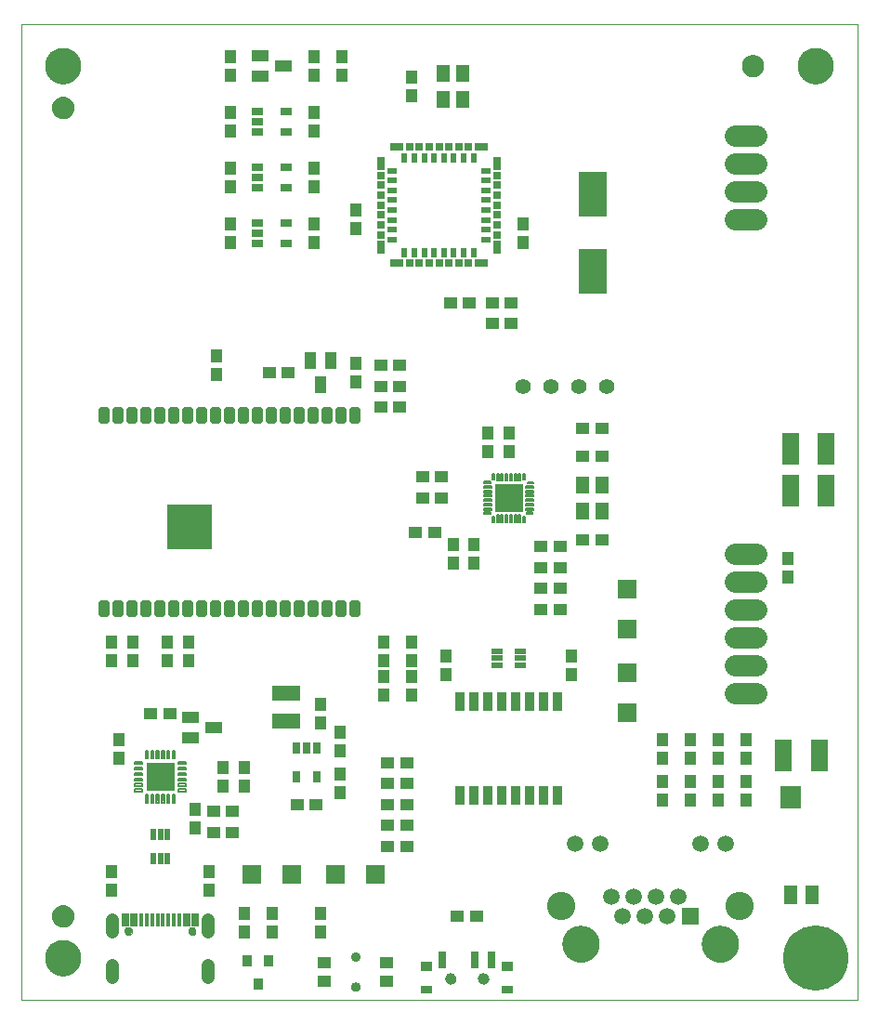
<source format=gts>
G75*
%MOIN*%
%OFA0B0*%
%FSLAX25Y25*%
%IPPOS*%
%LPD*%
%AMOC8*
5,1,8,0,0,1.08239X$1,22.5*
%
%ADD10C,0.00000*%
%ADD11C,0.12998*%
%ADD12R,0.06306X0.11424*%
%ADD13R,0.04731X0.04337*%
%ADD14R,0.10243X0.16148*%
%ADD15R,0.04337X0.04731*%
%ADD16R,0.05904X0.05904*%
%ADD17C,0.05904*%
%ADD18C,0.13195*%
%ADD19C,0.10144*%
%ADD20C,0.04762*%
%ADD21C,0.02959*%
%ADD22R,0.02762X0.04928*%
%ADD23R,0.01581X0.04928*%
%ADD24C,0.07800*%
%ADD25C,0.05550*%
%ADD26R,0.07093X0.07093*%
%ADD27R,0.03550X0.03943*%
%ADD28R,0.10439X0.05518*%
%ADD29C,0.02031*%
%ADD30R,0.16148X0.16148*%
%ADD31R,0.05124X0.04337*%
%ADD32C,0.03353*%
%ADD33R,0.05912X0.04337*%
%ADD34R,0.04337X0.05912*%
%ADD35R,0.04731X0.06699*%
%ADD36R,0.03707X0.02369*%
%ADD37R,0.02369X0.03707*%
%ADD38R,0.02959X0.04731*%
%ADD39R,0.02959X0.02959*%
%ADD40R,0.04731X0.02959*%
%ADD41R,0.07800X0.08400*%
%ADD42R,0.03392X0.07093*%
%ADD43R,0.04140X0.01975*%
%ADD44C,0.00633*%
%ADD45C,0.00760*%
%ADD46R,0.09843X0.09843*%
%ADD47R,0.01975X0.04140*%
%ADD48C,0.00751*%
%ADD49R,0.09849X0.09849*%
%ADD50R,0.02565X0.04337*%
%ADD51R,0.04337X0.02565*%
%ADD52R,0.05124X0.06306*%
%ADD53R,0.03156X0.06306*%
%ADD54R,0.04337X0.02762*%
%ADD55R,0.04337X0.03550*%
%ADD56C,0.03943*%
%ADD57C,0.23400*%
%ADD58C,0.05000*%
%ADD59C,0.04337*%
D10*
X0001394Y0011093D02*
X0001394Y0361093D01*
X0301394Y0361093D01*
X0301394Y0011093D01*
X0001394Y0011093D01*
X0010095Y0026093D02*
X0010097Y0026251D01*
X0010103Y0026409D01*
X0010113Y0026567D01*
X0010127Y0026725D01*
X0010145Y0026882D01*
X0010166Y0027039D01*
X0010192Y0027195D01*
X0010222Y0027351D01*
X0010255Y0027506D01*
X0010293Y0027659D01*
X0010334Y0027812D01*
X0010379Y0027964D01*
X0010428Y0028115D01*
X0010481Y0028264D01*
X0010537Y0028412D01*
X0010597Y0028558D01*
X0010661Y0028703D01*
X0010729Y0028846D01*
X0010800Y0028988D01*
X0010874Y0029128D01*
X0010952Y0029265D01*
X0011034Y0029401D01*
X0011118Y0029535D01*
X0011207Y0029666D01*
X0011298Y0029795D01*
X0011393Y0029922D01*
X0011490Y0030047D01*
X0011591Y0030169D01*
X0011695Y0030288D01*
X0011802Y0030405D01*
X0011912Y0030519D01*
X0012025Y0030630D01*
X0012140Y0030739D01*
X0012258Y0030844D01*
X0012379Y0030946D01*
X0012502Y0031046D01*
X0012628Y0031142D01*
X0012756Y0031235D01*
X0012886Y0031325D01*
X0013019Y0031411D01*
X0013154Y0031495D01*
X0013290Y0031574D01*
X0013429Y0031651D01*
X0013570Y0031723D01*
X0013712Y0031793D01*
X0013856Y0031858D01*
X0014002Y0031920D01*
X0014149Y0031978D01*
X0014298Y0032033D01*
X0014448Y0032084D01*
X0014599Y0032131D01*
X0014751Y0032174D01*
X0014904Y0032213D01*
X0015059Y0032249D01*
X0015214Y0032280D01*
X0015370Y0032308D01*
X0015526Y0032332D01*
X0015683Y0032352D01*
X0015841Y0032368D01*
X0015998Y0032380D01*
X0016157Y0032388D01*
X0016315Y0032392D01*
X0016473Y0032392D01*
X0016631Y0032388D01*
X0016790Y0032380D01*
X0016947Y0032368D01*
X0017105Y0032352D01*
X0017262Y0032332D01*
X0017418Y0032308D01*
X0017574Y0032280D01*
X0017729Y0032249D01*
X0017884Y0032213D01*
X0018037Y0032174D01*
X0018189Y0032131D01*
X0018340Y0032084D01*
X0018490Y0032033D01*
X0018639Y0031978D01*
X0018786Y0031920D01*
X0018932Y0031858D01*
X0019076Y0031793D01*
X0019218Y0031723D01*
X0019359Y0031651D01*
X0019498Y0031574D01*
X0019634Y0031495D01*
X0019769Y0031411D01*
X0019902Y0031325D01*
X0020032Y0031235D01*
X0020160Y0031142D01*
X0020286Y0031046D01*
X0020409Y0030946D01*
X0020530Y0030844D01*
X0020648Y0030739D01*
X0020763Y0030630D01*
X0020876Y0030519D01*
X0020986Y0030405D01*
X0021093Y0030288D01*
X0021197Y0030169D01*
X0021298Y0030047D01*
X0021395Y0029922D01*
X0021490Y0029795D01*
X0021581Y0029666D01*
X0021670Y0029535D01*
X0021754Y0029401D01*
X0021836Y0029265D01*
X0021914Y0029128D01*
X0021988Y0028988D01*
X0022059Y0028846D01*
X0022127Y0028703D01*
X0022191Y0028558D01*
X0022251Y0028412D01*
X0022307Y0028264D01*
X0022360Y0028115D01*
X0022409Y0027964D01*
X0022454Y0027812D01*
X0022495Y0027659D01*
X0022533Y0027506D01*
X0022566Y0027351D01*
X0022596Y0027195D01*
X0022622Y0027039D01*
X0022643Y0026882D01*
X0022661Y0026725D01*
X0022675Y0026567D01*
X0022685Y0026409D01*
X0022691Y0026251D01*
X0022693Y0026093D01*
X0022691Y0025935D01*
X0022685Y0025777D01*
X0022675Y0025619D01*
X0022661Y0025461D01*
X0022643Y0025304D01*
X0022622Y0025147D01*
X0022596Y0024991D01*
X0022566Y0024835D01*
X0022533Y0024680D01*
X0022495Y0024527D01*
X0022454Y0024374D01*
X0022409Y0024222D01*
X0022360Y0024071D01*
X0022307Y0023922D01*
X0022251Y0023774D01*
X0022191Y0023628D01*
X0022127Y0023483D01*
X0022059Y0023340D01*
X0021988Y0023198D01*
X0021914Y0023058D01*
X0021836Y0022921D01*
X0021754Y0022785D01*
X0021670Y0022651D01*
X0021581Y0022520D01*
X0021490Y0022391D01*
X0021395Y0022264D01*
X0021298Y0022139D01*
X0021197Y0022017D01*
X0021093Y0021898D01*
X0020986Y0021781D01*
X0020876Y0021667D01*
X0020763Y0021556D01*
X0020648Y0021447D01*
X0020530Y0021342D01*
X0020409Y0021240D01*
X0020286Y0021140D01*
X0020160Y0021044D01*
X0020032Y0020951D01*
X0019902Y0020861D01*
X0019769Y0020775D01*
X0019634Y0020691D01*
X0019498Y0020612D01*
X0019359Y0020535D01*
X0019218Y0020463D01*
X0019076Y0020393D01*
X0018932Y0020328D01*
X0018786Y0020266D01*
X0018639Y0020208D01*
X0018490Y0020153D01*
X0018340Y0020102D01*
X0018189Y0020055D01*
X0018037Y0020012D01*
X0017884Y0019973D01*
X0017729Y0019937D01*
X0017574Y0019906D01*
X0017418Y0019878D01*
X0017262Y0019854D01*
X0017105Y0019834D01*
X0016947Y0019818D01*
X0016790Y0019806D01*
X0016631Y0019798D01*
X0016473Y0019794D01*
X0016315Y0019794D01*
X0016157Y0019798D01*
X0015998Y0019806D01*
X0015841Y0019818D01*
X0015683Y0019834D01*
X0015526Y0019854D01*
X0015370Y0019878D01*
X0015214Y0019906D01*
X0015059Y0019937D01*
X0014904Y0019973D01*
X0014751Y0020012D01*
X0014599Y0020055D01*
X0014448Y0020102D01*
X0014298Y0020153D01*
X0014149Y0020208D01*
X0014002Y0020266D01*
X0013856Y0020328D01*
X0013712Y0020393D01*
X0013570Y0020463D01*
X0013429Y0020535D01*
X0013290Y0020612D01*
X0013154Y0020691D01*
X0013019Y0020775D01*
X0012886Y0020861D01*
X0012756Y0020951D01*
X0012628Y0021044D01*
X0012502Y0021140D01*
X0012379Y0021240D01*
X0012258Y0021342D01*
X0012140Y0021447D01*
X0012025Y0021556D01*
X0011912Y0021667D01*
X0011802Y0021781D01*
X0011695Y0021898D01*
X0011591Y0022017D01*
X0011490Y0022139D01*
X0011393Y0022264D01*
X0011298Y0022391D01*
X0011207Y0022520D01*
X0011118Y0022651D01*
X0011034Y0022785D01*
X0010952Y0022921D01*
X0010874Y0023058D01*
X0010800Y0023198D01*
X0010729Y0023340D01*
X0010661Y0023483D01*
X0010597Y0023628D01*
X0010537Y0023774D01*
X0010481Y0023922D01*
X0010428Y0024071D01*
X0010379Y0024222D01*
X0010334Y0024374D01*
X0010293Y0024527D01*
X0010255Y0024680D01*
X0010222Y0024835D01*
X0010192Y0024991D01*
X0010166Y0025147D01*
X0010145Y0025304D01*
X0010127Y0025461D01*
X0010113Y0025619D01*
X0010103Y0025777D01*
X0010097Y0025935D01*
X0010095Y0026093D01*
X0038736Y0035581D02*
X0038738Y0035652D01*
X0038744Y0035723D01*
X0038754Y0035794D01*
X0038768Y0035863D01*
X0038785Y0035932D01*
X0038807Y0036000D01*
X0038832Y0036067D01*
X0038861Y0036132D01*
X0038893Y0036195D01*
X0038929Y0036257D01*
X0038968Y0036316D01*
X0039011Y0036373D01*
X0039056Y0036428D01*
X0039105Y0036480D01*
X0039156Y0036529D01*
X0039210Y0036575D01*
X0039267Y0036619D01*
X0039325Y0036659D01*
X0039386Y0036695D01*
X0039449Y0036729D01*
X0039514Y0036758D01*
X0039580Y0036784D01*
X0039648Y0036807D01*
X0039716Y0036825D01*
X0039786Y0036840D01*
X0039856Y0036851D01*
X0039927Y0036858D01*
X0039998Y0036861D01*
X0040069Y0036860D01*
X0040140Y0036855D01*
X0040211Y0036846D01*
X0040281Y0036833D01*
X0040350Y0036817D01*
X0040418Y0036796D01*
X0040485Y0036772D01*
X0040551Y0036744D01*
X0040614Y0036712D01*
X0040676Y0036677D01*
X0040736Y0036639D01*
X0040794Y0036597D01*
X0040849Y0036553D01*
X0040902Y0036505D01*
X0040952Y0036454D01*
X0040999Y0036401D01*
X0041043Y0036345D01*
X0041084Y0036287D01*
X0041122Y0036226D01*
X0041156Y0036164D01*
X0041186Y0036099D01*
X0041213Y0036034D01*
X0041237Y0035966D01*
X0041256Y0035898D01*
X0041272Y0035829D01*
X0041284Y0035758D01*
X0041292Y0035688D01*
X0041296Y0035617D01*
X0041296Y0035545D01*
X0041292Y0035474D01*
X0041284Y0035404D01*
X0041272Y0035333D01*
X0041256Y0035264D01*
X0041237Y0035196D01*
X0041213Y0035128D01*
X0041186Y0035063D01*
X0041156Y0034998D01*
X0041122Y0034936D01*
X0041084Y0034875D01*
X0041043Y0034817D01*
X0040999Y0034761D01*
X0040952Y0034708D01*
X0040902Y0034657D01*
X0040849Y0034609D01*
X0040794Y0034565D01*
X0040736Y0034523D01*
X0040676Y0034485D01*
X0040614Y0034450D01*
X0040551Y0034418D01*
X0040485Y0034390D01*
X0040418Y0034366D01*
X0040350Y0034345D01*
X0040281Y0034329D01*
X0040211Y0034316D01*
X0040140Y0034307D01*
X0040069Y0034302D01*
X0039998Y0034301D01*
X0039927Y0034304D01*
X0039856Y0034311D01*
X0039786Y0034322D01*
X0039716Y0034337D01*
X0039648Y0034355D01*
X0039580Y0034378D01*
X0039514Y0034404D01*
X0039449Y0034433D01*
X0039386Y0034467D01*
X0039325Y0034503D01*
X0039267Y0034543D01*
X0039210Y0034587D01*
X0039156Y0034633D01*
X0039105Y0034682D01*
X0039056Y0034734D01*
X0039011Y0034789D01*
X0038968Y0034846D01*
X0038929Y0034905D01*
X0038893Y0034967D01*
X0038861Y0035030D01*
X0038832Y0035095D01*
X0038807Y0035162D01*
X0038785Y0035230D01*
X0038768Y0035299D01*
X0038754Y0035368D01*
X0038744Y0035439D01*
X0038738Y0035510D01*
X0038736Y0035581D01*
X0061492Y0035581D02*
X0061494Y0035652D01*
X0061500Y0035723D01*
X0061510Y0035794D01*
X0061524Y0035863D01*
X0061541Y0035932D01*
X0061563Y0036000D01*
X0061588Y0036067D01*
X0061617Y0036132D01*
X0061649Y0036195D01*
X0061685Y0036257D01*
X0061724Y0036316D01*
X0061767Y0036373D01*
X0061812Y0036428D01*
X0061861Y0036480D01*
X0061912Y0036529D01*
X0061966Y0036575D01*
X0062023Y0036619D01*
X0062081Y0036659D01*
X0062142Y0036695D01*
X0062205Y0036729D01*
X0062270Y0036758D01*
X0062336Y0036784D01*
X0062404Y0036807D01*
X0062472Y0036825D01*
X0062542Y0036840D01*
X0062612Y0036851D01*
X0062683Y0036858D01*
X0062754Y0036861D01*
X0062825Y0036860D01*
X0062896Y0036855D01*
X0062967Y0036846D01*
X0063037Y0036833D01*
X0063106Y0036817D01*
X0063174Y0036796D01*
X0063241Y0036772D01*
X0063307Y0036744D01*
X0063370Y0036712D01*
X0063432Y0036677D01*
X0063492Y0036639D01*
X0063550Y0036597D01*
X0063605Y0036553D01*
X0063658Y0036505D01*
X0063708Y0036454D01*
X0063755Y0036401D01*
X0063799Y0036345D01*
X0063840Y0036287D01*
X0063878Y0036226D01*
X0063912Y0036164D01*
X0063942Y0036099D01*
X0063969Y0036034D01*
X0063993Y0035966D01*
X0064012Y0035898D01*
X0064028Y0035829D01*
X0064040Y0035758D01*
X0064048Y0035688D01*
X0064052Y0035617D01*
X0064052Y0035545D01*
X0064048Y0035474D01*
X0064040Y0035404D01*
X0064028Y0035333D01*
X0064012Y0035264D01*
X0063993Y0035196D01*
X0063969Y0035128D01*
X0063942Y0035063D01*
X0063912Y0034998D01*
X0063878Y0034936D01*
X0063840Y0034875D01*
X0063799Y0034817D01*
X0063755Y0034761D01*
X0063708Y0034708D01*
X0063658Y0034657D01*
X0063605Y0034609D01*
X0063550Y0034565D01*
X0063492Y0034523D01*
X0063432Y0034485D01*
X0063370Y0034450D01*
X0063307Y0034418D01*
X0063241Y0034390D01*
X0063174Y0034366D01*
X0063106Y0034345D01*
X0063037Y0034329D01*
X0062967Y0034316D01*
X0062896Y0034307D01*
X0062825Y0034302D01*
X0062754Y0034301D01*
X0062683Y0034304D01*
X0062612Y0034311D01*
X0062542Y0034322D01*
X0062472Y0034337D01*
X0062404Y0034355D01*
X0062336Y0034378D01*
X0062270Y0034404D01*
X0062205Y0034433D01*
X0062142Y0034467D01*
X0062081Y0034503D01*
X0062023Y0034543D01*
X0061966Y0034587D01*
X0061912Y0034633D01*
X0061861Y0034682D01*
X0061812Y0034734D01*
X0061767Y0034789D01*
X0061724Y0034846D01*
X0061685Y0034905D01*
X0061649Y0034967D01*
X0061617Y0035030D01*
X0061588Y0035095D01*
X0061563Y0035162D01*
X0061541Y0035230D01*
X0061524Y0035299D01*
X0061510Y0035368D01*
X0061500Y0035439D01*
X0061494Y0035510D01*
X0061492Y0035581D01*
X0119918Y0026506D02*
X0119920Y0026583D01*
X0119926Y0026659D01*
X0119936Y0026735D01*
X0119950Y0026810D01*
X0119967Y0026885D01*
X0119989Y0026958D01*
X0120014Y0027031D01*
X0120044Y0027102D01*
X0120076Y0027171D01*
X0120113Y0027238D01*
X0120152Y0027304D01*
X0120195Y0027367D01*
X0120242Y0027428D01*
X0120291Y0027487D01*
X0120344Y0027543D01*
X0120399Y0027596D01*
X0120457Y0027646D01*
X0120517Y0027693D01*
X0120580Y0027737D01*
X0120645Y0027778D01*
X0120712Y0027815D01*
X0120781Y0027849D01*
X0120851Y0027879D01*
X0120923Y0027905D01*
X0120997Y0027927D01*
X0121071Y0027946D01*
X0121146Y0027961D01*
X0121222Y0027972D01*
X0121298Y0027979D01*
X0121375Y0027982D01*
X0121451Y0027981D01*
X0121528Y0027976D01*
X0121604Y0027967D01*
X0121680Y0027954D01*
X0121754Y0027937D01*
X0121828Y0027917D01*
X0121901Y0027892D01*
X0121972Y0027864D01*
X0122042Y0027832D01*
X0122110Y0027797D01*
X0122176Y0027758D01*
X0122240Y0027716D01*
X0122301Y0027670D01*
X0122361Y0027621D01*
X0122417Y0027570D01*
X0122471Y0027515D01*
X0122522Y0027458D01*
X0122570Y0027398D01*
X0122615Y0027336D01*
X0122656Y0027271D01*
X0122694Y0027205D01*
X0122729Y0027137D01*
X0122759Y0027066D01*
X0122787Y0026995D01*
X0122810Y0026922D01*
X0122830Y0026848D01*
X0122846Y0026773D01*
X0122858Y0026697D01*
X0122866Y0026621D01*
X0122870Y0026544D01*
X0122870Y0026468D01*
X0122866Y0026391D01*
X0122858Y0026315D01*
X0122846Y0026239D01*
X0122830Y0026164D01*
X0122810Y0026090D01*
X0122787Y0026017D01*
X0122759Y0025946D01*
X0122729Y0025875D01*
X0122694Y0025807D01*
X0122656Y0025741D01*
X0122615Y0025676D01*
X0122570Y0025614D01*
X0122522Y0025554D01*
X0122471Y0025497D01*
X0122417Y0025442D01*
X0122361Y0025391D01*
X0122301Y0025342D01*
X0122240Y0025296D01*
X0122176Y0025254D01*
X0122110Y0025215D01*
X0122042Y0025180D01*
X0121972Y0025148D01*
X0121901Y0025120D01*
X0121828Y0025095D01*
X0121754Y0025075D01*
X0121680Y0025058D01*
X0121604Y0025045D01*
X0121528Y0025036D01*
X0121451Y0025031D01*
X0121375Y0025030D01*
X0121298Y0025033D01*
X0121222Y0025040D01*
X0121146Y0025051D01*
X0121071Y0025066D01*
X0120997Y0025085D01*
X0120923Y0025107D01*
X0120851Y0025133D01*
X0120781Y0025163D01*
X0120712Y0025197D01*
X0120645Y0025234D01*
X0120580Y0025275D01*
X0120517Y0025319D01*
X0120457Y0025366D01*
X0120399Y0025416D01*
X0120344Y0025469D01*
X0120291Y0025525D01*
X0120242Y0025584D01*
X0120195Y0025645D01*
X0120152Y0025708D01*
X0120113Y0025774D01*
X0120076Y0025841D01*
X0120044Y0025910D01*
X0120014Y0025981D01*
X0119989Y0026054D01*
X0119967Y0026127D01*
X0119950Y0026202D01*
X0119936Y0026277D01*
X0119926Y0026353D01*
X0119920Y0026429D01*
X0119918Y0026506D01*
X0119918Y0015680D02*
X0119920Y0015757D01*
X0119926Y0015833D01*
X0119936Y0015909D01*
X0119950Y0015984D01*
X0119967Y0016059D01*
X0119989Y0016132D01*
X0120014Y0016205D01*
X0120044Y0016276D01*
X0120076Y0016345D01*
X0120113Y0016412D01*
X0120152Y0016478D01*
X0120195Y0016541D01*
X0120242Y0016602D01*
X0120291Y0016661D01*
X0120344Y0016717D01*
X0120399Y0016770D01*
X0120457Y0016820D01*
X0120517Y0016867D01*
X0120580Y0016911D01*
X0120645Y0016952D01*
X0120712Y0016989D01*
X0120781Y0017023D01*
X0120851Y0017053D01*
X0120923Y0017079D01*
X0120997Y0017101D01*
X0121071Y0017120D01*
X0121146Y0017135D01*
X0121222Y0017146D01*
X0121298Y0017153D01*
X0121375Y0017156D01*
X0121451Y0017155D01*
X0121528Y0017150D01*
X0121604Y0017141D01*
X0121680Y0017128D01*
X0121754Y0017111D01*
X0121828Y0017091D01*
X0121901Y0017066D01*
X0121972Y0017038D01*
X0122042Y0017006D01*
X0122110Y0016971D01*
X0122176Y0016932D01*
X0122240Y0016890D01*
X0122301Y0016844D01*
X0122361Y0016795D01*
X0122417Y0016744D01*
X0122471Y0016689D01*
X0122522Y0016632D01*
X0122570Y0016572D01*
X0122615Y0016510D01*
X0122656Y0016445D01*
X0122694Y0016379D01*
X0122729Y0016311D01*
X0122759Y0016240D01*
X0122787Y0016169D01*
X0122810Y0016096D01*
X0122830Y0016022D01*
X0122846Y0015947D01*
X0122858Y0015871D01*
X0122866Y0015795D01*
X0122870Y0015718D01*
X0122870Y0015642D01*
X0122866Y0015565D01*
X0122858Y0015489D01*
X0122846Y0015413D01*
X0122830Y0015338D01*
X0122810Y0015264D01*
X0122787Y0015191D01*
X0122759Y0015120D01*
X0122729Y0015049D01*
X0122694Y0014981D01*
X0122656Y0014915D01*
X0122615Y0014850D01*
X0122570Y0014788D01*
X0122522Y0014728D01*
X0122471Y0014671D01*
X0122417Y0014616D01*
X0122361Y0014565D01*
X0122301Y0014516D01*
X0122240Y0014470D01*
X0122176Y0014428D01*
X0122110Y0014389D01*
X0122042Y0014354D01*
X0121972Y0014322D01*
X0121901Y0014294D01*
X0121828Y0014269D01*
X0121754Y0014249D01*
X0121680Y0014232D01*
X0121604Y0014219D01*
X0121528Y0014210D01*
X0121451Y0014205D01*
X0121375Y0014204D01*
X0121298Y0014207D01*
X0121222Y0014214D01*
X0121146Y0014225D01*
X0121071Y0014240D01*
X0120997Y0014259D01*
X0120923Y0014281D01*
X0120851Y0014307D01*
X0120781Y0014337D01*
X0120712Y0014371D01*
X0120645Y0014408D01*
X0120580Y0014449D01*
X0120517Y0014493D01*
X0120457Y0014540D01*
X0120399Y0014590D01*
X0120344Y0014643D01*
X0120291Y0014699D01*
X0120242Y0014758D01*
X0120195Y0014819D01*
X0120152Y0014882D01*
X0120113Y0014948D01*
X0120076Y0015015D01*
X0120044Y0015084D01*
X0120014Y0015155D01*
X0119989Y0015228D01*
X0119967Y0015301D01*
X0119950Y0015376D01*
X0119936Y0015451D01*
X0119926Y0015527D01*
X0119920Y0015603D01*
X0119918Y0015680D01*
X0153716Y0018593D02*
X0153718Y0018677D01*
X0153724Y0018760D01*
X0153734Y0018843D01*
X0153748Y0018926D01*
X0153765Y0019008D01*
X0153787Y0019089D01*
X0153812Y0019168D01*
X0153841Y0019247D01*
X0153874Y0019324D01*
X0153910Y0019399D01*
X0153950Y0019473D01*
X0153993Y0019545D01*
X0154040Y0019614D01*
X0154090Y0019681D01*
X0154143Y0019746D01*
X0154199Y0019808D01*
X0154257Y0019868D01*
X0154319Y0019925D01*
X0154383Y0019978D01*
X0154450Y0020029D01*
X0154519Y0020076D01*
X0154590Y0020121D01*
X0154663Y0020161D01*
X0154738Y0020198D01*
X0154815Y0020232D01*
X0154893Y0020262D01*
X0154972Y0020288D01*
X0155053Y0020311D01*
X0155135Y0020329D01*
X0155217Y0020344D01*
X0155300Y0020355D01*
X0155383Y0020362D01*
X0155467Y0020365D01*
X0155551Y0020364D01*
X0155634Y0020359D01*
X0155718Y0020350D01*
X0155800Y0020337D01*
X0155882Y0020321D01*
X0155963Y0020300D01*
X0156044Y0020276D01*
X0156122Y0020248D01*
X0156200Y0020216D01*
X0156276Y0020180D01*
X0156350Y0020141D01*
X0156422Y0020099D01*
X0156492Y0020053D01*
X0156560Y0020004D01*
X0156625Y0019952D01*
X0156688Y0019897D01*
X0156748Y0019839D01*
X0156806Y0019778D01*
X0156860Y0019714D01*
X0156912Y0019648D01*
X0156960Y0019580D01*
X0157005Y0019509D01*
X0157046Y0019436D01*
X0157085Y0019362D01*
X0157119Y0019286D01*
X0157150Y0019208D01*
X0157177Y0019129D01*
X0157201Y0019048D01*
X0157220Y0018967D01*
X0157236Y0018885D01*
X0157248Y0018802D01*
X0157256Y0018718D01*
X0157260Y0018635D01*
X0157260Y0018551D01*
X0157256Y0018468D01*
X0157248Y0018384D01*
X0157236Y0018301D01*
X0157220Y0018219D01*
X0157201Y0018138D01*
X0157177Y0018057D01*
X0157150Y0017978D01*
X0157119Y0017900D01*
X0157085Y0017824D01*
X0157046Y0017750D01*
X0157005Y0017677D01*
X0156960Y0017606D01*
X0156912Y0017538D01*
X0156860Y0017472D01*
X0156806Y0017408D01*
X0156748Y0017347D01*
X0156688Y0017289D01*
X0156625Y0017234D01*
X0156560Y0017182D01*
X0156492Y0017133D01*
X0156422Y0017087D01*
X0156350Y0017045D01*
X0156276Y0017006D01*
X0156200Y0016970D01*
X0156122Y0016938D01*
X0156044Y0016910D01*
X0155963Y0016886D01*
X0155882Y0016865D01*
X0155800Y0016849D01*
X0155718Y0016836D01*
X0155634Y0016827D01*
X0155551Y0016822D01*
X0155467Y0016821D01*
X0155383Y0016824D01*
X0155300Y0016831D01*
X0155217Y0016842D01*
X0155135Y0016857D01*
X0155053Y0016875D01*
X0154972Y0016898D01*
X0154893Y0016924D01*
X0154815Y0016954D01*
X0154738Y0016988D01*
X0154663Y0017025D01*
X0154590Y0017065D01*
X0154519Y0017110D01*
X0154450Y0017157D01*
X0154383Y0017208D01*
X0154319Y0017261D01*
X0154257Y0017318D01*
X0154199Y0017378D01*
X0154143Y0017440D01*
X0154090Y0017505D01*
X0154040Y0017572D01*
X0153993Y0017641D01*
X0153950Y0017713D01*
X0153910Y0017787D01*
X0153874Y0017862D01*
X0153841Y0017939D01*
X0153812Y0018018D01*
X0153787Y0018097D01*
X0153765Y0018178D01*
X0153748Y0018260D01*
X0153734Y0018343D01*
X0153724Y0018426D01*
X0153718Y0018509D01*
X0153716Y0018593D01*
X0165527Y0018593D02*
X0165529Y0018677D01*
X0165535Y0018760D01*
X0165545Y0018843D01*
X0165559Y0018926D01*
X0165576Y0019008D01*
X0165598Y0019089D01*
X0165623Y0019168D01*
X0165652Y0019247D01*
X0165685Y0019324D01*
X0165721Y0019399D01*
X0165761Y0019473D01*
X0165804Y0019545D01*
X0165851Y0019614D01*
X0165901Y0019681D01*
X0165954Y0019746D01*
X0166010Y0019808D01*
X0166068Y0019868D01*
X0166130Y0019925D01*
X0166194Y0019978D01*
X0166261Y0020029D01*
X0166330Y0020076D01*
X0166401Y0020121D01*
X0166474Y0020161D01*
X0166549Y0020198D01*
X0166626Y0020232D01*
X0166704Y0020262D01*
X0166783Y0020288D01*
X0166864Y0020311D01*
X0166946Y0020329D01*
X0167028Y0020344D01*
X0167111Y0020355D01*
X0167194Y0020362D01*
X0167278Y0020365D01*
X0167362Y0020364D01*
X0167445Y0020359D01*
X0167529Y0020350D01*
X0167611Y0020337D01*
X0167693Y0020321D01*
X0167774Y0020300D01*
X0167855Y0020276D01*
X0167933Y0020248D01*
X0168011Y0020216D01*
X0168087Y0020180D01*
X0168161Y0020141D01*
X0168233Y0020099D01*
X0168303Y0020053D01*
X0168371Y0020004D01*
X0168436Y0019952D01*
X0168499Y0019897D01*
X0168559Y0019839D01*
X0168617Y0019778D01*
X0168671Y0019714D01*
X0168723Y0019648D01*
X0168771Y0019580D01*
X0168816Y0019509D01*
X0168857Y0019436D01*
X0168896Y0019362D01*
X0168930Y0019286D01*
X0168961Y0019208D01*
X0168988Y0019129D01*
X0169012Y0019048D01*
X0169031Y0018967D01*
X0169047Y0018885D01*
X0169059Y0018802D01*
X0169067Y0018718D01*
X0169071Y0018635D01*
X0169071Y0018551D01*
X0169067Y0018468D01*
X0169059Y0018384D01*
X0169047Y0018301D01*
X0169031Y0018219D01*
X0169012Y0018138D01*
X0168988Y0018057D01*
X0168961Y0017978D01*
X0168930Y0017900D01*
X0168896Y0017824D01*
X0168857Y0017750D01*
X0168816Y0017677D01*
X0168771Y0017606D01*
X0168723Y0017538D01*
X0168671Y0017472D01*
X0168617Y0017408D01*
X0168559Y0017347D01*
X0168499Y0017289D01*
X0168436Y0017234D01*
X0168371Y0017182D01*
X0168303Y0017133D01*
X0168233Y0017087D01*
X0168161Y0017045D01*
X0168087Y0017006D01*
X0168011Y0016970D01*
X0167933Y0016938D01*
X0167855Y0016910D01*
X0167774Y0016886D01*
X0167693Y0016865D01*
X0167611Y0016849D01*
X0167529Y0016836D01*
X0167445Y0016827D01*
X0167362Y0016822D01*
X0167278Y0016821D01*
X0167194Y0016824D01*
X0167111Y0016831D01*
X0167028Y0016842D01*
X0166946Y0016857D01*
X0166864Y0016875D01*
X0166783Y0016898D01*
X0166704Y0016924D01*
X0166626Y0016954D01*
X0166549Y0016988D01*
X0166474Y0017025D01*
X0166401Y0017065D01*
X0166330Y0017110D01*
X0166261Y0017157D01*
X0166194Y0017208D01*
X0166130Y0017261D01*
X0166068Y0017318D01*
X0166010Y0017378D01*
X0165954Y0017440D01*
X0165901Y0017505D01*
X0165851Y0017572D01*
X0165804Y0017641D01*
X0165761Y0017713D01*
X0165721Y0017787D01*
X0165685Y0017862D01*
X0165652Y0017939D01*
X0165623Y0018018D01*
X0165598Y0018097D01*
X0165576Y0018178D01*
X0165559Y0018260D01*
X0165545Y0018343D01*
X0165535Y0018426D01*
X0165529Y0018509D01*
X0165527Y0018593D01*
X0195901Y0031093D02*
X0195903Y0031253D01*
X0195909Y0031412D01*
X0195919Y0031571D01*
X0195933Y0031730D01*
X0195951Y0031889D01*
X0195972Y0032047D01*
X0195998Y0032204D01*
X0196028Y0032361D01*
X0196061Y0032517D01*
X0196099Y0032672D01*
X0196140Y0032826D01*
X0196185Y0032979D01*
X0196234Y0033131D01*
X0196287Y0033281D01*
X0196343Y0033430D01*
X0196403Y0033578D01*
X0196467Y0033724D01*
X0196535Y0033869D01*
X0196606Y0034012D01*
X0196680Y0034153D01*
X0196758Y0034292D01*
X0196840Y0034429D01*
X0196925Y0034564D01*
X0197013Y0034697D01*
X0197104Y0034828D01*
X0197199Y0034956D01*
X0197297Y0035082D01*
X0197398Y0035206D01*
X0197502Y0035326D01*
X0197609Y0035445D01*
X0197719Y0035560D01*
X0197832Y0035673D01*
X0197947Y0035783D01*
X0198066Y0035890D01*
X0198186Y0035994D01*
X0198310Y0036095D01*
X0198436Y0036193D01*
X0198564Y0036288D01*
X0198695Y0036379D01*
X0198828Y0036467D01*
X0198963Y0036552D01*
X0199100Y0036634D01*
X0199239Y0036712D01*
X0199380Y0036786D01*
X0199523Y0036857D01*
X0199668Y0036925D01*
X0199814Y0036989D01*
X0199962Y0037049D01*
X0200111Y0037105D01*
X0200261Y0037158D01*
X0200413Y0037207D01*
X0200566Y0037252D01*
X0200720Y0037293D01*
X0200875Y0037331D01*
X0201031Y0037364D01*
X0201188Y0037394D01*
X0201345Y0037420D01*
X0201503Y0037441D01*
X0201662Y0037459D01*
X0201821Y0037473D01*
X0201980Y0037483D01*
X0202139Y0037489D01*
X0202299Y0037491D01*
X0202459Y0037489D01*
X0202618Y0037483D01*
X0202777Y0037473D01*
X0202936Y0037459D01*
X0203095Y0037441D01*
X0203253Y0037420D01*
X0203410Y0037394D01*
X0203567Y0037364D01*
X0203723Y0037331D01*
X0203878Y0037293D01*
X0204032Y0037252D01*
X0204185Y0037207D01*
X0204337Y0037158D01*
X0204487Y0037105D01*
X0204636Y0037049D01*
X0204784Y0036989D01*
X0204930Y0036925D01*
X0205075Y0036857D01*
X0205218Y0036786D01*
X0205359Y0036712D01*
X0205498Y0036634D01*
X0205635Y0036552D01*
X0205770Y0036467D01*
X0205903Y0036379D01*
X0206034Y0036288D01*
X0206162Y0036193D01*
X0206288Y0036095D01*
X0206412Y0035994D01*
X0206532Y0035890D01*
X0206651Y0035783D01*
X0206766Y0035673D01*
X0206879Y0035560D01*
X0206989Y0035445D01*
X0207096Y0035326D01*
X0207200Y0035206D01*
X0207301Y0035082D01*
X0207399Y0034956D01*
X0207494Y0034828D01*
X0207585Y0034697D01*
X0207673Y0034564D01*
X0207758Y0034429D01*
X0207840Y0034292D01*
X0207918Y0034153D01*
X0207992Y0034012D01*
X0208063Y0033869D01*
X0208131Y0033724D01*
X0208195Y0033578D01*
X0208255Y0033430D01*
X0208311Y0033281D01*
X0208364Y0033131D01*
X0208413Y0032979D01*
X0208458Y0032826D01*
X0208499Y0032672D01*
X0208537Y0032517D01*
X0208570Y0032361D01*
X0208600Y0032204D01*
X0208626Y0032047D01*
X0208647Y0031889D01*
X0208665Y0031730D01*
X0208679Y0031571D01*
X0208689Y0031412D01*
X0208695Y0031253D01*
X0208697Y0031093D01*
X0208695Y0030933D01*
X0208689Y0030774D01*
X0208679Y0030615D01*
X0208665Y0030456D01*
X0208647Y0030297D01*
X0208626Y0030139D01*
X0208600Y0029982D01*
X0208570Y0029825D01*
X0208537Y0029669D01*
X0208499Y0029514D01*
X0208458Y0029360D01*
X0208413Y0029207D01*
X0208364Y0029055D01*
X0208311Y0028905D01*
X0208255Y0028756D01*
X0208195Y0028608D01*
X0208131Y0028462D01*
X0208063Y0028317D01*
X0207992Y0028174D01*
X0207918Y0028033D01*
X0207840Y0027894D01*
X0207758Y0027757D01*
X0207673Y0027622D01*
X0207585Y0027489D01*
X0207494Y0027358D01*
X0207399Y0027230D01*
X0207301Y0027104D01*
X0207200Y0026980D01*
X0207096Y0026860D01*
X0206989Y0026741D01*
X0206879Y0026626D01*
X0206766Y0026513D01*
X0206651Y0026403D01*
X0206532Y0026296D01*
X0206412Y0026192D01*
X0206288Y0026091D01*
X0206162Y0025993D01*
X0206034Y0025898D01*
X0205903Y0025807D01*
X0205770Y0025719D01*
X0205635Y0025634D01*
X0205498Y0025552D01*
X0205359Y0025474D01*
X0205218Y0025400D01*
X0205075Y0025329D01*
X0204930Y0025261D01*
X0204784Y0025197D01*
X0204636Y0025137D01*
X0204487Y0025081D01*
X0204337Y0025028D01*
X0204185Y0024979D01*
X0204032Y0024934D01*
X0203878Y0024893D01*
X0203723Y0024855D01*
X0203567Y0024822D01*
X0203410Y0024792D01*
X0203253Y0024766D01*
X0203095Y0024745D01*
X0202936Y0024727D01*
X0202777Y0024713D01*
X0202618Y0024703D01*
X0202459Y0024697D01*
X0202299Y0024695D01*
X0202139Y0024697D01*
X0201980Y0024703D01*
X0201821Y0024713D01*
X0201662Y0024727D01*
X0201503Y0024745D01*
X0201345Y0024766D01*
X0201188Y0024792D01*
X0201031Y0024822D01*
X0200875Y0024855D01*
X0200720Y0024893D01*
X0200566Y0024934D01*
X0200413Y0024979D01*
X0200261Y0025028D01*
X0200111Y0025081D01*
X0199962Y0025137D01*
X0199814Y0025197D01*
X0199668Y0025261D01*
X0199523Y0025329D01*
X0199380Y0025400D01*
X0199239Y0025474D01*
X0199100Y0025552D01*
X0198963Y0025634D01*
X0198828Y0025719D01*
X0198695Y0025807D01*
X0198564Y0025898D01*
X0198436Y0025993D01*
X0198310Y0026091D01*
X0198186Y0026192D01*
X0198066Y0026296D01*
X0197947Y0026403D01*
X0197832Y0026513D01*
X0197719Y0026626D01*
X0197609Y0026741D01*
X0197502Y0026860D01*
X0197398Y0026980D01*
X0197297Y0027104D01*
X0197199Y0027230D01*
X0197104Y0027358D01*
X0197013Y0027489D01*
X0196925Y0027622D01*
X0196840Y0027757D01*
X0196758Y0027894D01*
X0196680Y0028033D01*
X0196606Y0028174D01*
X0196535Y0028317D01*
X0196467Y0028462D01*
X0196403Y0028608D01*
X0196343Y0028756D01*
X0196287Y0028905D01*
X0196234Y0029055D01*
X0196185Y0029207D01*
X0196140Y0029360D01*
X0196099Y0029514D01*
X0196061Y0029669D01*
X0196028Y0029825D01*
X0195998Y0029982D01*
X0195972Y0030139D01*
X0195951Y0030297D01*
X0195933Y0030456D01*
X0195919Y0030615D01*
X0195909Y0030774D01*
X0195903Y0030933D01*
X0195901Y0031093D01*
X0245901Y0031093D02*
X0245903Y0031253D01*
X0245909Y0031412D01*
X0245919Y0031571D01*
X0245933Y0031730D01*
X0245951Y0031889D01*
X0245972Y0032047D01*
X0245998Y0032204D01*
X0246028Y0032361D01*
X0246061Y0032517D01*
X0246099Y0032672D01*
X0246140Y0032826D01*
X0246185Y0032979D01*
X0246234Y0033131D01*
X0246287Y0033281D01*
X0246343Y0033430D01*
X0246403Y0033578D01*
X0246467Y0033724D01*
X0246535Y0033869D01*
X0246606Y0034012D01*
X0246680Y0034153D01*
X0246758Y0034292D01*
X0246840Y0034429D01*
X0246925Y0034564D01*
X0247013Y0034697D01*
X0247104Y0034828D01*
X0247199Y0034956D01*
X0247297Y0035082D01*
X0247398Y0035206D01*
X0247502Y0035326D01*
X0247609Y0035445D01*
X0247719Y0035560D01*
X0247832Y0035673D01*
X0247947Y0035783D01*
X0248066Y0035890D01*
X0248186Y0035994D01*
X0248310Y0036095D01*
X0248436Y0036193D01*
X0248564Y0036288D01*
X0248695Y0036379D01*
X0248828Y0036467D01*
X0248963Y0036552D01*
X0249100Y0036634D01*
X0249239Y0036712D01*
X0249380Y0036786D01*
X0249523Y0036857D01*
X0249668Y0036925D01*
X0249814Y0036989D01*
X0249962Y0037049D01*
X0250111Y0037105D01*
X0250261Y0037158D01*
X0250413Y0037207D01*
X0250566Y0037252D01*
X0250720Y0037293D01*
X0250875Y0037331D01*
X0251031Y0037364D01*
X0251188Y0037394D01*
X0251345Y0037420D01*
X0251503Y0037441D01*
X0251662Y0037459D01*
X0251821Y0037473D01*
X0251980Y0037483D01*
X0252139Y0037489D01*
X0252299Y0037491D01*
X0252459Y0037489D01*
X0252618Y0037483D01*
X0252777Y0037473D01*
X0252936Y0037459D01*
X0253095Y0037441D01*
X0253253Y0037420D01*
X0253410Y0037394D01*
X0253567Y0037364D01*
X0253723Y0037331D01*
X0253878Y0037293D01*
X0254032Y0037252D01*
X0254185Y0037207D01*
X0254337Y0037158D01*
X0254487Y0037105D01*
X0254636Y0037049D01*
X0254784Y0036989D01*
X0254930Y0036925D01*
X0255075Y0036857D01*
X0255218Y0036786D01*
X0255359Y0036712D01*
X0255498Y0036634D01*
X0255635Y0036552D01*
X0255770Y0036467D01*
X0255903Y0036379D01*
X0256034Y0036288D01*
X0256162Y0036193D01*
X0256288Y0036095D01*
X0256412Y0035994D01*
X0256532Y0035890D01*
X0256651Y0035783D01*
X0256766Y0035673D01*
X0256879Y0035560D01*
X0256989Y0035445D01*
X0257096Y0035326D01*
X0257200Y0035206D01*
X0257301Y0035082D01*
X0257399Y0034956D01*
X0257494Y0034828D01*
X0257585Y0034697D01*
X0257673Y0034564D01*
X0257758Y0034429D01*
X0257840Y0034292D01*
X0257918Y0034153D01*
X0257992Y0034012D01*
X0258063Y0033869D01*
X0258131Y0033724D01*
X0258195Y0033578D01*
X0258255Y0033430D01*
X0258311Y0033281D01*
X0258364Y0033131D01*
X0258413Y0032979D01*
X0258458Y0032826D01*
X0258499Y0032672D01*
X0258537Y0032517D01*
X0258570Y0032361D01*
X0258600Y0032204D01*
X0258626Y0032047D01*
X0258647Y0031889D01*
X0258665Y0031730D01*
X0258679Y0031571D01*
X0258689Y0031412D01*
X0258695Y0031253D01*
X0258697Y0031093D01*
X0258695Y0030933D01*
X0258689Y0030774D01*
X0258679Y0030615D01*
X0258665Y0030456D01*
X0258647Y0030297D01*
X0258626Y0030139D01*
X0258600Y0029982D01*
X0258570Y0029825D01*
X0258537Y0029669D01*
X0258499Y0029514D01*
X0258458Y0029360D01*
X0258413Y0029207D01*
X0258364Y0029055D01*
X0258311Y0028905D01*
X0258255Y0028756D01*
X0258195Y0028608D01*
X0258131Y0028462D01*
X0258063Y0028317D01*
X0257992Y0028174D01*
X0257918Y0028033D01*
X0257840Y0027894D01*
X0257758Y0027757D01*
X0257673Y0027622D01*
X0257585Y0027489D01*
X0257494Y0027358D01*
X0257399Y0027230D01*
X0257301Y0027104D01*
X0257200Y0026980D01*
X0257096Y0026860D01*
X0256989Y0026741D01*
X0256879Y0026626D01*
X0256766Y0026513D01*
X0256651Y0026403D01*
X0256532Y0026296D01*
X0256412Y0026192D01*
X0256288Y0026091D01*
X0256162Y0025993D01*
X0256034Y0025898D01*
X0255903Y0025807D01*
X0255770Y0025719D01*
X0255635Y0025634D01*
X0255498Y0025552D01*
X0255359Y0025474D01*
X0255218Y0025400D01*
X0255075Y0025329D01*
X0254930Y0025261D01*
X0254784Y0025197D01*
X0254636Y0025137D01*
X0254487Y0025081D01*
X0254337Y0025028D01*
X0254185Y0024979D01*
X0254032Y0024934D01*
X0253878Y0024893D01*
X0253723Y0024855D01*
X0253567Y0024822D01*
X0253410Y0024792D01*
X0253253Y0024766D01*
X0253095Y0024745D01*
X0252936Y0024727D01*
X0252777Y0024713D01*
X0252618Y0024703D01*
X0252459Y0024697D01*
X0252299Y0024695D01*
X0252139Y0024697D01*
X0251980Y0024703D01*
X0251821Y0024713D01*
X0251662Y0024727D01*
X0251503Y0024745D01*
X0251345Y0024766D01*
X0251188Y0024792D01*
X0251031Y0024822D01*
X0250875Y0024855D01*
X0250720Y0024893D01*
X0250566Y0024934D01*
X0250413Y0024979D01*
X0250261Y0025028D01*
X0250111Y0025081D01*
X0249962Y0025137D01*
X0249814Y0025197D01*
X0249668Y0025261D01*
X0249523Y0025329D01*
X0249380Y0025400D01*
X0249239Y0025474D01*
X0249100Y0025552D01*
X0248963Y0025634D01*
X0248828Y0025719D01*
X0248695Y0025807D01*
X0248564Y0025898D01*
X0248436Y0025993D01*
X0248310Y0026091D01*
X0248186Y0026192D01*
X0248066Y0026296D01*
X0247947Y0026403D01*
X0247832Y0026513D01*
X0247719Y0026626D01*
X0247609Y0026741D01*
X0247502Y0026860D01*
X0247398Y0026980D01*
X0247297Y0027104D01*
X0247199Y0027230D01*
X0247104Y0027358D01*
X0247013Y0027489D01*
X0246925Y0027622D01*
X0246840Y0027757D01*
X0246758Y0027894D01*
X0246680Y0028033D01*
X0246606Y0028174D01*
X0246535Y0028317D01*
X0246467Y0028462D01*
X0246403Y0028608D01*
X0246343Y0028756D01*
X0246287Y0028905D01*
X0246234Y0029055D01*
X0246185Y0029207D01*
X0246140Y0029360D01*
X0246099Y0029514D01*
X0246061Y0029669D01*
X0246028Y0029825D01*
X0245998Y0029982D01*
X0245972Y0030139D01*
X0245951Y0030297D01*
X0245933Y0030456D01*
X0245919Y0030615D01*
X0245909Y0030774D01*
X0245903Y0030933D01*
X0245901Y0031093D01*
X0280095Y0346093D02*
X0280097Y0346251D01*
X0280103Y0346409D01*
X0280113Y0346567D01*
X0280127Y0346725D01*
X0280145Y0346882D01*
X0280166Y0347039D01*
X0280192Y0347195D01*
X0280222Y0347351D01*
X0280255Y0347506D01*
X0280293Y0347659D01*
X0280334Y0347812D01*
X0280379Y0347964D01*
X0280428Y0348115D01*
X0280481Y0348264D01*
X0280537Y0348412D01*
X0280597Y0348558D01*
X0280661Y0348703D01*
X0280729Y0348846D01*
X0280800Y0348988D01*
X0280874Y0349128D01*
X0280952Y0349265D01*
X0281034Y0349401D01*
X0281118Y0349535D01*
X0281207Y0349666D01*
X0281298Y0349795D01*
X0281393Y0349922D01*
X0281490Y0350047D01*
X0281591Y0350169D01*
X0281695Y0350288D01*
X0281802Y0350405D01*
X0281912Y0350519D01*
X0282025Y0350630D01*
X0282140Y0350739D01*
X0282258Y0350844D01*
X0282379Y0350946D01*
X0282502Y0351046D01*
X0282628Y0351142D01*
X0282756Y0351235D01*
X0282886Y0351325D01*
X0283019Y0351411D01*
X0283154Y0351495D01*
X0283290Y0351574D01*
X0283429Y0351651D01*
X0283570Y0351723D01*
X0283712Y0351793D01*
X0283856Y0351858D01*
X0284002Y0351920D01*
X0284149Y0351978D01*
X0284298Y0352033D01*
X0284448Y0352084D01*
X0284599Y0352131D01*
X0284751Y0352174D01*
X0284904Y0352213D01*
X0285059Y0352249D01*
X0285214Y0352280D01*
X0285370Y0352308D01*
X0285526Y0352332D01*
X0285683Y0352352D01*
X0285841Y0352368D01*
X0285998Y0352380D01*
X0286157Y0352388D01*
X0286315Y0352392D01*
X0286473Y0352392D01*
X0286631Y0352388D01*
X0286790Y0352380D01*
X0286947Y0352368D01*
X0287105Y0352352D01*
X0287262Y0352332D01*
X0287418Y0352308D01*
X0287574Y0352280D01*
X0287729Y0352249D01*
X0287884Y0352213D01*
X0288037Y0352174D01*
X0288189Y0352131D01*
X0288340Y0352084D01*
X0288490Y0352033D01*
X0288639Y0351978D01*
X0288786Y0351920D01*
X0288932Y0351858D01*
X0289076Y0351793D01*
X0289218Y0351723D01*
X0289359Y0351651D01*
X0289498Y0351574D01*
X0289634Y0351495D01*
X0289769Y0351411D01*
X0289902Y0351325D01*
X0290032Y0351235D01*
X0290160Y0351142D01*
X0290286Y0351046D01*
X0290409Y0350946D01*
X0290530Y0350844D01*
X0290648Y0350739D01*
X0290763Y0350630D01*
X0290876Y0350519D01*
X0290986Y0350405D01*
X0291093Y0350288D01*
X0291197Y0350169D01*
X0291298Y0350047D01*
X0291395Y0349922D01*
X0291490Y0349795D01*
X0291581Y0349666D01*
X0291670Y0349535D01*
X0291754Y0349401D01*
X0291836Y0349265D01*
X0291914Y0349128D01*
X0291988Y0348988D01*
X0292059Y0348846D01*
X0292127Y0348703D01*
X0292191Y0348558D01*
X0292251Y0348412D01*
X0292307Y0348264D01*
X0292360Y0348115D01*
X0292409Y0347964D01*
X0292454Y0347812D01*
X0292495Y0347659D01*
X0292533Y0347506D01*
X0292566Y0347351D01*
X0292596Y0347195D01*
X0292622Y0347039D01*
X0292643Y0346882D01*
X0292661Y0346725D01*
X0292675Y0346567D01*
X0292685Y0346409D01*
X0292691Y0346251D01*
X0292693Y0346093D01*
X0292691Y0345935D01*
X0292685Y0345777D01*
X0292675Y0345619D01*
X0292661Y0345461D01*
X0292643Y0345304D01*
X0292622Y0345147D01*
X0292596Y0344991D01*
X0292566Y0344835D01*
X0292533Y0344680D01*
X0292495Y0344527D01*
X0292454Y0344374D01*
X0292409Y0344222D01*
X0292360Y0344071D01*
X0292307Y0343922D01*
X0292251Y0343774D01*
X0292191Y0343628D01*
X0292127Y0343483D01*
X0292059Y0343340D01*
X0291988Y0343198D01*
X0291914Y0343058D01*
X0291836Y0342921D01*
X0291754Y0342785D01*
X0291670Y0342651D01*
X0291581Y0342520D01*
X0291490Y0342391D01*
X0291395Y0342264D01*
X0291298Y0342139D01*
X0291197Y0342017D01*
X0291093Y0341898D01*
X0290986Y0341781D01*
X0290876Y0341667D01*
X0290763Y0341556D01*
X0290648Y0341447D01*
X0290530Y0341342D01*
X0290409Y0341240D01*
X0290286Y0341140D01*
X0290160Y0341044D01*
X0290032Y0340951D01*
X0289902Y0340861D01*
X0289769Y0340775D01*
X0289634Y0340691D01*
X0289498Y0340612D01*
X0289359Y0340535D01*
X0289218Y0340463D01*
X0289076Y0340393D01*
X0288932Y0340328D01*
X0288786Y0340266D01*
X0288639Y0340208D01*
X0288490Y0340153D01*
X0288340Y0340102D01*
X0288189Y0340055D01*
X0288037Y0340012D01*
X0287884Y0339973D01*
X0287729Y0339937D01*
X0287574Y0339906D01*
X0287418Y0339878D01*
X0287262Y0339854D01*
X0287105Y0339834D01*
X0286947Y0339818D01*
X0286790Y0339806D01*
X0286631Y0339798D01*
X0286473Y0339794D01*
X0286315Y0339794D01*
X0286157Y0339798D01*
X0285998Y0339806D01*
X0285841Y0339818D01*
X0285683Y0339834D01*
X0285526Y0339854D01*
X0285370Y0339878D01*
X0285214Y0339906D01*
X0285059Y0339937D01*
X0284904Y0339973D01*
X0284751Y0340012D01*
X0284599Y0340055D01*
X0284448Y0340102D01*
X0284298Y0340153D01*
X0284149Y0340208D01*
X0284002Y0340266D01*
X0283856Y0340328D01*
X0283712Y0340393D01*
X0283570Y0340463D01*
X0283429Y0340535D01*
X0283290Y0340612D01*
X0283154Y0340691D01*
X0283019Y0340775D01*
X0282886Y0340861D01*
X0282756Y0340951D01*
X0282628Y0341044D01*
X0282502Y0341140D01*
X0282379Y0341240D01*
X0282258Y0341342D01*
X0282140Y0341447D01*
X0282025Y0341556D01*
X0281912Y0341667D01*
X0281802Y0341781D01*
X0281695Y0341898D01*
X0281591Y0342017D01*
X0281490Y0342139D01*
X0281393Y0342264D01*
X0281298Y0342391D01*
X0281207Y0342520D01*
X0281118Y0342651D01*
X0281034Y0342785D01*
X0280952Y0342921D01*
X0280874Y0343058D01*
X0280800Y0343198D01*
X0280729Y0343340D01*
X0280661Y0343483D01*
X0280597Y0343628D01*
X0280537Y0343774D01*
X0280481Y0343922D01*
X0280428Y0344071D01*
X0280379Y0344222D01*
X0280334Y0344374D01*
X0280293Y0344527D01*
X0280255Y0344680D01*
X0280222Y0344835D01*
X0280192Y0344991D01*
X0280166Y0345147D01*
X0280145Y0345304D01*
X0280127Y0345461D01*
X0280113Y0345619D01*
X0280103Y0345777D01*
X0280097Y0345935D01*
X0280095Y0346093D01*
X0010095Y0346093D02*
X0010097Y0346251D01*
X0010103Y0346409D01*
X0010113Y0346567D01*
X0010127Y0346725D01*
X0010145Y0346882D01*
X0010166Y0347039D01*
X0010192Y0347195D01*
X0010222Y0347351D01*
X0010255Y0347506D01*
X0010293Y0347659D01*
X0010334Y0347812D01*
X0010379Y0347964D01*
X0010428Y0348115D01*
X0010481Y0348264D01*
X0010537Y0348412D01*
X0010597Y0348558D01*
X0010661Y0348703D01*
X0010729Y0348846D01*
X0010800Y0348988D01*
X0010874Y0349128D01*
X0010952Y0349265D01*
X0011034Y0349401D01*
X0011118Y0349535D01*
X0011207Y0349666D01*
X0011298Y0349795D01*
X0011393Y0349922D01*
X0011490Y0350047D01*
X0011591Y0350169D01*
X0011695Y0350288D01*
X0011802Y0350405D01*
X0011912Y0350519D01*
X0012025Y0350630D01*
X0012140Y0350739D01*
X0012258Y0350844D01*
X0012379Y0350946D01*
X0012502Y0351046D01*
X0012628Y0351142D01*
X0012756Y0351235D01*
X0012886Y0351325D01*
X0013019Y0351411D01*
X0013154Y0351495D01*
X0013290Y0351574D01*
X0013429Y0351651D01*
X0013570Y0351723D01*
X0013712Y0351793D01*
X0013856Y0351858D01*
X0014002Y0351920D01*
X0014149Y0351978D01*
X0014298Y0352033D01*
X0014448Y0352084D01*
X0014599Y0352131D01*
X0014751Y0352174D01*
X0014904Y0352213D01*
X0015059Y0352249D01*
X0015214Y0352280D01*
X0015370Y0352308D01*
X0015526Y0352332D01*
X0015683Y0352352D01*
X0015841Y0352368D01*
X0015998Y0352380D01*
X0016157Y0352388D01*
X0016315Y0352392D01*
X0016473Y0352392D01*
X0016631Y0352388D01*
X0016790Y0352380D01*
X0016947Y0352368D01*
X0017105Y0352352D01*
X0017262Y0352332D01*
X0017418Y0352308D01*
X0017574Y0352280D01*
X0017729Y0352249D01*
X0017884Y0352213D01*
X0018037Y0352174D01*
X0018189Y0352131D01*
X0018340Y0352084D01*
X0018490Y0352033D01*
X0018639Y0351978D01*
X0018786Y0351920D01*
X0018932Y0351858D01*
X0019076Y0351793D01*
X0019218Y0351723D01*
X0019359Y0351651D01*
X0019498Y0351574D01*
X0019634Y0351495D01*
X0019769Y0351411D01*
X0019902Y0351325D01*
X0020032Y0351235D01*
X0020160Y0351142D01*
X0020286Y0351046D01*
X0020409Y0350946D01*
X0020530Y0350844D01*
X0020648Y0350739D01*
X0020763Y0350630D01*
X0020876Y0350519D01*
X0020986Y0350405D01*
X0021093Y0350288D01*
X0021197Y0350169D01*
X0021298Y0350047D01*
X0021395Y0349922D01*
X0021490Y0349795D01*
X0021581Y0349666D01*
X0021670Y0349535D01*
X0021754Y0349401D01*
X0021836Y0349265D01*
X0021914Y0349128D01*
X0021988Y0348988D01*
X0022059Y0348846D01*
X0022127Y0348703D01*
X0022191Y0348558D01*
X0022251Y0348412D01*
X0022307Y0348264D01*
X0022360Y0348115D01*
X0022409Y0347964D01*
X0022454Y0347812D01*
X0022495Y0347659D01*
X0022533Y0347506D01*
X0022566Y0347351D01*
X0022596Y0347195D01*
X0022622Y0347039D01*
X0022643Y0346882D01*
X0022661Y0346725D01*
X0022675Y0346567D01*
X0022685Y0346409D01*
X0022691Y0346251D01*
X0022693Y0346093D01*
X0022691Y0345935D01*
X0022685Y0345777D01*
X0022675Y0345619D01*
X0022661Y0345461D01*
X0022643Y0345304D01*
X0022622Y0345147D01*
X0022596Y0344991D01*
X0022566Y0344835D01*
X0022533Y0344680D01*
X0022495Y0344527D01*
X0022454Y0344374D01*
X0022409Y0344222D01*
X0022360Y0344071D01*
X0022307Y0343922D01*
X0022251Y0343774D01*
X0022191Y0343628D01*
X0022127Y0343483D01*
X0022059Y0343340D01*
X0021988Y0343198D01*
X0021914Y0343058D01*
X0021836Y0342921D01*
X0021754Y0342785D01*
X0021670Y0342651D01*
X0021581Y0342520D01*
X0021490Y0342391D01*
X0021395Y0342264D01*
X0021298Y0342139D01*
X0021197Y0342017D01*
X0021093Y0341898D01*
X0020986Y0341781D01*
X0020876Y0341667D01*
X0020763Y0341556D01*
X0020648Y0341447D01*
X0020530Y0341342D01*
X0020409Y0341240D01*
X0020286Y0341140D01*
X0020160Y0341044D01*
X0020032Y0340951D01*
X0019902Y0340861D01*
X0019769Y0340775D01*
X0019634Y0340691D01*
X0019498Y0340612D01*
X0019359Y0340535D01*
X0019218Y0340463D01*
X0019076Y0340393D01*
X0018932Y0340328D01*
X0018786Y0340266D01*
X0018639Y0340208D01*
X0018490Y0340153D01*
X0018340Y0340102D01*
X0018189Y0340055D01*
X0018037Y0340012D01*
X0017884Y0339973D01*
X0017729Y0339937D01*
X0017574Y0339906D01*
X0017418Y0339878D01*
X0017262Y0339854D01*
X0017105Y0339834D01*
X0016947Y0339818D01*
X0016790Y0339806D01*
X0016631Y0339798D01*
X0016473Y0339794D01*
X0016315Y0339794D01*
X0016157Y0339798D01*
X0015998Y0339806D01*
X0015841Y0339818D01*
X0015683Y0339834D01*
X0015526Y0339854D01*
X0015370Y0339878D01*
X0015214Y0339906D01*
X0015059Y0339937D01*
X0014904Y0339973D01*
X0014751Y0340012D01*
X0014599Y0340055D01*
X0014448Y0340102D01*
X0014298Y0340153D01*
X0014149Y0340208D01*
X0014002Y0340266D01*
X0013856Y0340328D01*
X0013712Y0340393D01*
X0013570Y0340463D01*
X0013429Y0340535D01*
X0013290Y0340612D01*
X0013154Y0340691D01*
X0013019Y0340775D01*
X0012886Y0340861D01*
X0012756Y0340951D01*
X0012628Y0341044D01*
X0012502Y0341140D01*
X0012379Y0341240D01*
X0012258Y0341342D01*
X0012140Y0341447D01*
X0012025Y0341556D01*
X0011912Y0341667D01*
X0011802Y0341781D01*
X0011695Y0341898D01*
X0011591Y0342017D01*
X0011490Y0342139D01*
X0011393Y0342264D01*
X0011298Y0342391D01*
X0011207Y0342520D01*
X0011118Y0342651D01*
X0011034Y0342785D01*
X0010952Y0342921D01*
X0010874Y0343058D01*
X0010800Y0343198D01*
X0010729Y0343340D01*
X0010661Y0343483D01*
X0010597Y0343628D01*
X0010537Y0343774D01*
X0010481Y0343922D01*
X0010428Y0344071D01*
X0010379Y0344222D01*
X0010334Y0344374D01*
X0010293Y0344527D01*
X0010255Y0344680D01*
X0010222Y0344835D01*
X0010192Y0344991D01*
X0010166Y0345147D01*
X0010145Y0345304D01*
X0010127Y0345461D01*
X0010113Y0345619D01*
X0010103Y0345777D01*
X0010097Y0345935D01*
X0010095Y0346093D01*
D11*
X0016394Y0346093D03*
X0016394Y0026093D03*
X0286394Y0346093D03*
D12*
X0290390Y0208593D03*
X0277398Y0208593D03*
X0277398Y0193593D03*
X0290390Y0193593D03*
X0287890Y0098593D03*
X0274898Y0098593D03*
D13*
X0209740Y0176093D03*
X0203047Y0176093D03*
X0194740Y0173593D03*
X0188047Y0173593D03*
X0188047Y0166093D03*
X0194740Y0166093D03*
X0194740Y0158593D03*
X0188047Y0158593D03*
X0188047Y0151093D03*
X0194740Y0151093D03*
X0152240Y0191093D03*
X0152240Y0198593D03*
X0145547Y0198593D03*
X0145547Y0191093D03*
X0143047Y0178593D03*
X0149740Y0178593D03*
X0137240Y0223593D03*
X0137240Y0231093D03*
X0137240Y0238593D03*
X0130547Y0238593D03*
X0130547Y0231093D03*
X0130547Y0223593D03*
X0155547Y0261093D03*
X0162240Y0261093D03*
X0170547Y0261093D03*
X0177240Y0261093D03*
X0177240Y0253593D03*
X0170547Y0253593D03*
X0203047Y0216093D03*
X0209740Y0216093D03*
X0209740Y0206093D03*
X0203047Y0206093D03*
X0139740Y0096093D03*
X0133047Y0096093D03*
X0133047Y0088593D03*
X0139740Y0088593D03*
X0139740Y0081093D03*
X0133047Y0081093D03*
X0133047Y0073593D03*
X0139740Y0073593D03*
X0139740Y0066093D03*
X0133047Y0066093D03*
X0107240Y0081093D03*
X0100547Y0081093D03*
X0077240Y0078593D03*
X0070547Y0078593D03*
X0070547Y0071093D03*
X0077240Y0071093D03*
X0054740Y0113593D03*
X0048047Y0113593D03*
X0090547Y0236093D03*
X0097240Y0236093D03*
X0158047Y0041093D03*
X0164740Y0041093D03*
D14*
X0206394Y0272313D03*
X0206394Y0299872D03*
D15*
X0181394Y0289439D03*
X0181394Y0282746D03*
X0141394Y0335246D03*
X0141394Y0341939D03*
X0116394Y0342746D03*
X0116394Y0349439D03*
X0106394Y0349439D03*
X0106394Y0342746D03*
X0106394Y0329439D03*
X0106394Y0322746D03*
X0106394Y0309439D03*
X0106394Y0302746D03*
X0106394Y0289439D03*
X0106394Y0282746D03*
X0121394Y0287746D03*
X0121394Y0294439D03*
X0076394Y0289439D03*
X0076394Y0282746D03*
X0076394Y0302746D03*
X0076394Y0309439D03*
X0076394Y0322746D03*
X0076394Y0329439D03*
X0076394Y0342746D03*
X0076394Y0349439D03*
X0071394Y0241939D03*
X0071394Y0235246D03*
X0121394Y0232746D03*
X0121394Y0239439D03*
X0168894Y0214439D03*
X0168894Y0207746D03*
X0176394Y0207746D03*
X0176394Y0214439D03*
X0163894Y0174439D03*
X0163894Y0167746D03*
X0156394Y0167746D03*
X0156394Y0174439D03*
X0141394Y0139439D03*
X0141394Y0132746D03*
X0141394Y0126939D03*
X0141394Y0120246D03*
X0131394Y0120246D03*
X0131394Y0126939D03*
X0131394Y0132746D03*
X0131394Y0139439D03*
X0153894Y0134439D03*
X0153894Y0127746D03*
X0115894Y0106939D03*
X0115894Y0100246D03*
X0115894Y0091939D03*
X0115894Y0085246D03*
X0108894Y0110246D03*
X0108894Y0116939D03*
X0081394Y0094439D03*
X0081394Y0087746D03*
X0073894Y0087746D03*
X0073894Y0094439D03*
X0063894Y0079439D03*
X0063894Y0072746D03*
X0068894Y0056939D03*
X0068894Y0050246D03*
X0081394Y0041939D03*
X0081394Y0035246D03*
X0091394Y0035246D03*
X0091394Y0041939D03*
X0108894Y0041939D03*
X0108894Y0035246D03*
X0033894Y0050246D03*
X0033894Y0056939D03*
X0036394Y0097746D03*
X0036394Y0104439D03*
X0033894Y0132746D03*
X0033894Y0139439D03*
X0041394Y0139439D03*
X0041394Y0132746D03*
X0053894Y0132746D03*
X0053894Y0139439D03*
X0061394Y0139439D03*
X0061394Y0132746D03*
X0198894Y0134439D03*
X0198894Y0127746D03*
X0231394Y0104439D03*
X0231394Y0097746D03*
X0231394Y0089439D03*
X0231394Y0082746D03*
X0241394Y0082746D03*
X0241394Y0089439D03*
X0241394Y0097746D03*
X0241394Y0104439D03*
X0251394Y0104439D03*
X0251394Y0097746D03*
X0251394Y0089439D03*
X0251394Y0082746D03*
X0261394Y0082746D03*
X0261394Y0089439D03*
X0261394Y0097746D03*
X0261394Y0104439D03*
X0276394Y0162746D03*
X0276394Y0169439D03*
D16*
X0241394Y0041093D03*
D17*
X0237378Y0048101D03*
X0229346Y0048101D03*
X0225331Y0041093D03*
X0233362Y0041093D03*
X0221315Y0048101D03*
X0213283Y0048101D03*
X0217299Y0041093D03*
X0209307Y0067117D03*
X0200291Y0067117D03*
X0245291Y0067117D03*
X0254307Y0067117D03*
D18*
X0252299Y0031093D03*
X0202299Y0031093D03*
D19*
X0195291Y0044597D03*
X0259307Y0044597D03*
D20*
X0068402Y0039731D02*
X0068402Y0035369D01*
X0068402Y0023274D02*
X0068402Y0018912D01*
X0034386Y0018912D02*
X0034386Y0023274D01*
X0034386Y0035369D02*
X0034386Y0039731D01*
D21*
X0040016Y0035581D03*
X0062772Y0035581D03*
D22*
X0063992Y0039813D03*
X0060843Y0039813D03*
X0041945Y0039813D03*
X0038795Y0039813D03*
D23*
X0044504Y0039813D03*
X0046472Y0039813D03*
X0048441Y0039813D03*
X0050409Y0039813D03*
X0052378Y0039813D03*
X0054346Y0039813D03*
X0056315Y0039813D03*
X0058283Y0039813D03*
D24*
X0257694Y0121093D02*
X0265094Y0121093D01*
X0265094Y0131093D02*
X0257694Y0131093D01*
X0257694Y0141093D02*
X0265094Y0141093D01*
X0265094Y0151093D02*
X0257694Y0151093D01*
X0257694Y0161093D02*
X0265094Y0161093D01*
X0265094Y0171093D02*
X0257694Y0171093D01*
X0257694Y0291093D02*
X0265094Y0291093D01*
X0265094Y0301093D02*
X0257694Y0301093D01*
X0257694Y0311093D02*
X0265094Y0311093D01*
X0265094Y0321093D02*
X0257694Y0321093D01*
D25*
X0211394Y0231093D03*
X0201394Y0231093D03*
X0191394Y0231093D03*
X0181394Y0231093D03*
D26*
X0218894Y0158180D03*
X0218894Y0144006D03*
X0218894Y0128180D03*
X0218894Y0114006D03*
X0128480Y0056093D03*
X0114307Y0056093D03*
X0098480Y0056093D03*
X0084307Y0056093D03*
D27*
X0082654Y0025030D03*
X0090134Y0025030D03*
X0086394Y0016762D03*
D28*
X0096394Y0111172D03*
X0096394Y0121014D03*
D29*
X0097389Y0149369D02*
X0097389Y0153447D01*
X0097389Y0149369D02*
X0095359Y0149369D01*
X0095359Y0153447D01*
X0097389Y0153447D01*
X0097389Y0151399D02*
X0095359Y0151399D01*
X0095359Y0153429D02*
X0097389Y0153429D01*
X0092389Y0153447D02*
X0092389Y0149369D01*
X0090359Y0149369D01*
X0090359Y0153447D01*
X0092389Y0153447D01*
X0092389Y0151399D02*
X0090359Y0151399D01*
X0090359Y0153429D02*
X0092389Y0153429D01*
X0087389Y0153447D02*
X0087389Y0149369D01*
X0085359Y0149369D01*
X0085359Y0153447D01*
X0087389Y0153447D01*
X0087389Y0151399D02*
X0085359Y0151399D01*
X0085359Y0153429D02*
X0087389Y0153429D01*
X0082389Y0153447D02*
X0082389Y0149369D01*
X0080359Y0149369D01*
X0080359Y0153447D01*
X0082389Y0153447D01*
X0082389Y0151399D02*
X0080359Y0151399D01*
X0080359Y0153429D02*
X0082389Y0153429D01*
X0077389Y0153447D02*
X0077389Y0149369D01*
X0075359Y0149369D01*
X0075359Y0153447D01*
X0077389Y0153447D01*
X0077389Y0151399D02*
X0075359Y0151399D01*
X0075359Y0153429D02*
X0077389Y0153429D01*
X0072389Y0153447D02*
X0072389Y0149369D01*
X0070359Y0149369D01*
X0070359Y0153447D01*
X0072389Y0153447D01*
X0072389Y0151399D02*
X0070359Y0151399D01*
X0070359Y0153429D02*
X0072389Y0153429D01*
X0067389Y0153447D02*
X0067389Y0149369D01*
X0065359Y0149369D01*
X0065359Y0153447D01*
X0067389Y0153447D01*
X0067389Y0151399D02*
X0065359Y0151399D01*
X0065359Y0153429D02*
X0067389Y0153429D01*
X0062389Y0153447D02*
X0062389Y0149369D01*
X0060359Y0149369D01*
X0060359Y0153447D01*
X0062389Y0153447D01*
X0062389Y0151399D02*
X0060359Y0151399D01*
X0060359Y0153429D02*
X0062389Y0153429D01*
X0057389Y0153447D02*
X0057389Y0149369D01*
X0055359Y0149369D01*
X0055359Y0153447D01*
X0057389Y0153447D01*
X0057389Y0151399D02*
X0055359Y0151399D01*
X0055359Y0153429D02*
X0057389Y0153429D01*
X0052389Y0153447D02*
X0052389Y0149369D01*
X0050359Y0149369D01*
X0050359Y0153447D01*
X0052389Y0153447D01*
X0052389Y0151399D02*
X0050359Y0151399D01*
X0050359Y0153429D02*
X0052389Y0153429D01*
X0047389Y0153447D02*
X0047389Y0149369D01*
X0045359Y0149369D01*
X0045359Y0153447D01*
X0047389Y0153447D01*
X0047389Y0151399D02*
X0045359Y0151399D01*
X0045359Y0153429D02*
X0047389Y0153429D01*
X0042389Y0153447D02*
X0042389Y0149369D01*
X0040359Y0149369D01*
X0040359Y0153447D01*
X0042389Y0153447D01*
X0042389Y0151399D02*
X0040359Y0151399D01*
X0040359Y0153429D02*
X0042389Y0153429D01*
X0037389Y0153447D02*
X0037389Y0149369D01*
X0035359Y0149369D01*
X0035359Y0153447D01*
X0037389Y0153447D01*
X0037389Y0151399D02*
X0035359Y0151399D01*
X0035359Y0153429D02*
X0037389Y0153429D01*
X0032389Y0153447D02*
X0032389Y0149369D01*
X0030359Y0149369D01*
X0030359Y0153447D01*
X0032389Y0153447D01*
X0032389Y0151399D02*
X0030359Y0151399D01*
X0030359Y0153429D02*
X0032389Y0153429D01*
X0030359Y0218739D02*
X0030359Y0222817D01*
X0032389Y0222817D01*
X0032389Y0218739D01*
X0030359Y0218739D01*
X0030359Y0220769D02*
X0032389Y0220769D01*
X0032389Y0222799D02*
X0030359Y0222799D01*
X0035359Y0222817D02*
X0035359Y0218739D01*
X0035359Y0222817D02*
X0037389Y0222817D01*
X0037389Y0218739D01*
X0035359Y0218739D01*
X0035359Y0220769D02*
X0037389Y0220769D01*
X0037389Y0222799D02*
X0035359Y0222799D01*
X0040359Y0222817D02*
X0040359Y0218739D01*
X0040359Y0222817D02*
X0042389Y0222817D01*
X0042389Y0218739D01*
X0040359Y0218739D01*
X0040359Y0220769D02*
X0042389Y0220769D01*
X0042389Y0222799D02*
X0040359Y0222799D01*
X0045359Y0222817D02*
X0045359Y0218739D01*
X0045359Y0222817D02*
X0047389Y0222817D01*
X0047389Y0218739D01*
X0045359Y0218739D01*
X0045359Y0220769D02*
X0047389Y0220769D01*
X0047389Y0222799D02*
X0045359Y0222799D01*
X0050359Y0222817D02*
X0050359Y0218739D01*
X0050359Y0222817D02*
X0052389Y0222817D01*
X0052389Y0218739D01*
X0050359Y0218739D01*
X0050359Y0220769D02*
X0052389Y0220769D01*
X0052389Y0222799D02*
X0050359Y0222799D01*
X0055359Y0222817D02*
X0055359Y0218739D01*
X0055359Y0222817D02*
X0057389Y0222817D01*
X0057389Y0218739D01*
X0055359Y0218739D01*
X0055359Y0220769D02*
X0057389Y0220769D01*
X0057389Y0222799D02*
X0055359Y0222799D01*
X0060359Y0222817D02*
X0060359Y0218739D01*
X0060359Y0222817D02*
X0062389Y0222817D01*
X0062389Y0218739D01*
X0060359Y0218739D01*
X0060359Y0220769D02*
X0062389Y0220769D01*
X0062389Y0222799D02*
X0060359Y0222799D01*
X0065359Y0222817D02*
X0065359Y0218739D01*
X0065359Y0222817D02*
X0067389Y0222817D01*
X0067389Y0218739D01*
X0065359Y0218739D01*
X0065359Y0220769D02*
X0067389Y0220769D01*
X0067389Y0222799D02*
X0065359Y0222799D01*
X0070359Y0222817D02*
X0070359Y0218739D01*
X0070359Y0222817D02*
X0072389Y0222817D01*
X0072389Y0218739D01*
X0070359Y0218739D01*
X0070359Y0220769D02*
X0072389Y0220769D01*
X0072389Y0222799D02*
X0070359Y0222799D01*
X0075359Y0222817D02*
X0075359Y0218739D01*
X0075359Y0222817D02*
X0077389Y0222817D01*
X0077389Y0218739D01*
X0075359Y0218739D01*
X0075359Y0220769D02*
X0077389Y0220769D01*
X0077389Y0222799D02*
X0075359Y0222799D01*
X0080359Y0222817D02*
X0080359Y0218739D01*
X0080359Y0222817D02*
X0082389Y0222817D01*
X0082389Y0218739D01*
X0080359Y0218739D01*
X0080359Y0220769D02*
X0082389Y0220769D01*
X0082389Y0222799D02*
X0080359Y0222799D01*
X0085359Y0222817D02*
X0085359Y0218739D01*
X0085359Y0222817D02*
X0087389Y0222817D01*
X0087389Y0218739D01*
X0085359Y0218739D01*
X0085359Y0220769D02*
X0087389Y0220769D01*
X0087389Y0222799D02*
X0085359Y0222799D01*
X0090359Y0222817D02*
X0090359Y0218739D01*
X0090359Y0222817D02*
X0092389Y0222817D01*
X0092389Y0218739D01*
X0090359Y0218739D01*
X0090359Y0220769D02*
X0092389Y0220769D01*
X0092389Y0222799D02*
X0090359Y0222799D01*
X0095359Y0222817D02*
X0095359Y0218739D01*
X0095359Y0222817D02*
X0097389Y0222817D01*
X0097389Y0218739D01*
X0095359Y0218739D01*
X0095359Y0220769D02*
X0097389Y0220769D01*
X0097389Y0222799D02*
X0095359Y0222799D01*
X0100359Y0222817D02*
X0100359Y0218739D01*
X0100359Y0222817D02*
X0102389Y0222817D01*
X0102389Y0218739D01*
X0100359Y0218739D01*
X0100359Y0220769D02*
X0102389Y0220769D01*
X0102389Y0222799D02*
X0100359Y0222799D01*
X0105359Y0222817D02*
X0105359Y0218739D01*
X0105359Y0222817D02*
X0107389Y0222817D01*
X0107389Y0218739D01*
X0105359Y0218739D01*
X0105359Y0220769D02*
X0107389Y0220769D01*
X0107389Y0222799D02*
X0105359Y0222799D01*
X0110359Y0222817D02*
X0110359Y0218739D01*
X0110359Y0222817D02*
X0112389Y0222817D01*
X0112389Y0218739D01*
X0110359Y0218739D01*
X0110359Y0220769D02*
X0112389Y0220769D01*
X0112389Y0222799D02*
X0110359Y0222799D01*
X0115359Y0222817D02*
X0115359Y0218739D01*
X0115359Y0222817D02*
X0117389Y0222817D01*
X0117389Y0218739D01*
X0115359Y0218739D01*
X0115359Y0220769D02*
X0117389Y0220769D01*
X0117389Y0222799D02*
X0115359Y0222799D01*
X0120359Y0222817D02*
X0120359Y0218739D01*
X0120359Y0222817D02*
X0122389Y0222817D01*
X0122389Y0218739D01*
X0120359Y0218739D01*
X0120359Y0220769D02*
X0122389Y0220769D01*
X0122389Y0222799D02*
X0120359Y0222799D01*
X0122389Y0153447D02*
X0122389Y0149369D01*
X0120359Y0149369D01*
X0120359Y0153447D01*
X0122389Y0153447D01*
X0122389Y0151399D02*
X0120359Y0151399D01*
X0120359Y0153429D02*
X0122389Y0153429D01*
X0117389Y0153447D02*
X0117389Y0149369D01*
X0115359Y0149369D01*
X0115359Y0153447D01*
X0117389Y0153447D01*
X0117389Y0151399D02*
X0115359Y0151399D01*
X0115359Y0153429D02*
X0117389Y0153429D01*
X0112389Y0153447D02*
X0112389Y0149369D01*
X0110359Y0149369D01*
X0110359Y0153447D01*
X0112389Y0153447D01*
X0112389Y0151399D02*
X0110359Y0151399D01*
X0110359Y0153429D02*
X0112389Y0153429D01*
X0107389Y0153447D02*
X0107389Y0149369D01*
X0105359Y0149369D01*
X0105359Y0153447D01*
X0107389Y0153447D01*
X0107389Y0151399D02*
X0105359Y0151399D01*
X0105359Y0153429D02*
X0107389Y0153429D01*
X0102389Y0153447D02*
X0102389Y0149369D01*
X0100359Y0149369D01*
X0100359Y0153447D01*
X0102389Y0153447D01*
X0102389Y0151399D02*
X0100359Y0151399D01*
X0100359Y0153429D02*
X0102389Y0153429D01*
D30*
X0062043Y0180660D03*
D31*
X0110370Y0024439D03*
X0110370Y0017746D03*
X0132417Y0017746D03*
X0132417Y0024439D03*
D32*
X0121394Y0026506D03*
X0121394Y0015680D03*
D33*
X0062063Y0104853D03*
X0062063Y0112333D03*
X0070724Y0108593D03*
X0087063Y0342353D03*
X0087063Y0349833D03*
X0095724Y0346093D03*
D34*
X0105154Y0240424D03*
X0112634Y0240424D03*
X0108894Y0231762D03*
D35*
X0277654Y0048593D03*
X0285134Y0048593D03*
D36*
X0168362Y0283691D03*
X0168362Y0287235D03*
X0168362Y0290778D03*
X0168362Y0294321D03*
X0168362Y0297865D03*
X0168362Y0301408D03*
X0168362Y0304951D03*
X0168362Y0308494D03*
X0134425Y0308494D03*
X0134425Y0304951D03*
X0134425Y0301408D03*
X0134425Y0297865D03*
X0134425Y0294321D03*
X0134425Y0290778D03*
X0134425Y0287235D03*
X0134425Y0283691D03*
D37*
X0138992Y0279124D03*
X0142535Y0279124D03*
X0146079Y0279124D03*
X0149622Y0279124D03*
X0153165Y0279124D03*
X0156709Y0279124D03*
X0160252Y0279124D03*
X0163795Y0279124D03*
X0163795Y0313061D03*
X0160252Y0313061D03*
X0156709Y0313061D03*
X0153165Y0313061D03*
X0149622Y0313061D03*
X0146079Y0313061D03*
X0142535Y0313061D03*
X0138992Y0313061D03*
D38*
X0130508Y0311152D03*
X0130508Y0281034D03*
X0172280Y0281034D03*
X0172280Y0311152D03*
D39*
X0172280Y0306723D03*
X0172280Y0303180D03*
X0172280Y0299636D03*
X0172280Y0296093D03*
X0172280Y0292550D03*
X0172280Y0289006D03*
X0172280Y0285463D03*
X0162024Y0275207D03*
X0158480Y0275207D03*
X0154937Y0275207D03*
X0151394Y0275207D03*
X0147850Y0275207D03*
X0144307Y0275207D03*
X0140764Y0275207D03*
X0130508Y0285463D03*
X0130508Y0289006D03*
X0130508Y0292550D03*
X0130508Y0296093D03*
X0130508Y0299636D03*
X0130508Y0303180D03*
X0130508Y0306723D03*
X0140764Y0316979D03*
X0144307Y0316979D03*
X0147850Y0316979D03*
X0151394Y0316979D03*
X0154937Y0316979D03*
X0158480Y0316979D03*
X0162024Y0316979D03*
D40*
X0166453Y0316979D03*
X0136335Y0316979D03*
X0136335Y0275207D03*
X0166453Y0275207D03*
D41*
X0277394Y0083593D03*
D42*
X0193894Y0084343D03*
X0188894Y0084343D03*
X0183894Y0084343D03*
X0178894Y0084343D03*
X0173894Y0084343D03*
X0168894Y0084343D03*
X0163894Y0084343D03*
X0158894Y0084343D03*
X0158894Y0117843D03*
X0163894Y0117843D03*
X0168894Y0117843D03*
X0173894Y0117843D03*
X0178894Y0117843D03*
X0183894Y0117843D03*
X0188894Y0117843D03*
X0193894Y0117843D03*
D43*
X0180724Y0131034D03*
X0180724Y0133593D03*
X0180724Y0136152D03*
X0172063Y0136152D03*
X0172063Y0133593D03*
X0172063Y0131034D03*
D44*
X0171160Y0182351D02*
X0171160Y0184481D01*
X0171160Y0182351D02*
X0170526Y0182351D01*
X0170526Y0184481D01*
X0171160Y0184481D01*
X0171160Y0182983D02*
X0170526Y0182983D01*
X0170526Y0183615D02*
X0171160Y0183615D01*
X0171160Y0184247D02*
X0170526Y0184247D01*
X0172774Y0184875D02*
X0172774Y0182351D01*
X0172140Y0182351D01*
X0172140Y0184875D01*
X0172774Y0184875D01*
X0172774Y0182983D02*
X0172140Y0182983D01*
X0172140Y0183615D02*
X0172774Y0183615D01*
X0172774Y0184247D02*
X0172140Y0184247D01*
X0174348Y0184875D02*
X0174348Y0182351D01*
X0173714Y0182351D01*
X0173714Y0184875D01*
X0174348Y0184875D01*
X0174348Y0182983D02*
X0173714Y0182983D01*
X0173714Y0183615D02*
X0174348Y0183615D01*
X0174348Y0184247D02*
X0173714Y0184247D01*
X0175923Y0184875D02*
X0175923Y0182351D01*
X0175289Y0182351D01*
X0175289Y0184875D01*
X0175923Y0184875D01*
X0175923Y0182983D02*
X0175289Y0182983D01*
X0175289Y0183615D02*
X0175923Y0183615D01*
X0175923Y0184247D02*
X0175289Y0184247D01*
X0177498Y0184875D02*
X0177498Y0182351D01*
X0176864Y0182351D01*
X0176864Y0184875D01*
X0177498Y0184875D01*
X0177498Y0182983D02*
X0176864Y0182983D01*
X0176864Y0183615D02*
X0177498Y0183615D01*
X0177498Y0184247D02*
X0176864Y0184247D01*
X0179073Y0184875D02*
X0179073Y0182351D01*
X0178439Y0182351D01*
X0178439Y0184875D01*
X0179073Y0184875D01*
X0179073Y0182983D02*
X0178439Y0182983D01*
X0178439Y0183615D02*
X0179073Y0183615D01*
X0179073Y0184247D02*
X0178439Y0184247D01*
X0180648Y0184875D02*
X0180648Y0182351D01*
X0180014Y0182351D01*
X0180014Y0184875D01*
X0180648Y0184875D01*
X0180648Y0182983D02*
X0180014Y0182983D01*
X0180014Y0183615D02*
X0180648Y0183615D01*
X0180648Y0184247D02*
X0180014Y0184247D01*
X0182223Y0184481D02*
X0182223Y0182351D01*
X0181589Y0182351D01*
X0181589Y0184481D01*
X0182223Y0184481D01*
X0182223Y0182983D02*
X0181589Y0182983D01*
X0181589Y0183615D02*
X0182223Y0183615D01*
X0182223Y0184247D02*
X0181589Y0184247D01*
X0182927Y0185898D02*
X0185057Y0185898D01*
X0185057Y0185264D01*
X0182927Y0185264D01*
X0182927Y0185898D01*
X0182927Y0185896D02*
X0185057Y0185896D01*
X0185097Y0187473D02*
X0182573Y0187473D01*
X0185097Y0187473D02*
X0185097Y0186839D01*
X0182573Y0186839D01*
X0182573Y0187473D01*
X0182573Y0187471D02*
X0185097Y0187471D01*
X0185097Y0189048D02*
X0182573Y0189048D01*
X0185097Y0189048D02*
X0185097Y0188414D01*
X0182573Y0188414D01*
X0182573Y0189048D01*
X0182573Y0189046D02*
X0185097Y0189046D01*
X0185097Y0190623D02*
X0182573Y0190623D01*
X0185097Y0190623D02*
X0185097Y0189989D01*
X0182573Y0189989D01*
X0182573Y0190623D01*
X0182573Y0190621D02*
X0185097Y0190621D01*
X0185097Y0192197D02*
X0182573Y0192197D01*
X0185097Y0192197D02*
X0185097Y0191563D01*
X0182573Y0191563D01*
X0182573Y0192197D01*
X0182573Y0192195D02*
X0185097Y0192195D01*
X0185097Y0193772D02*
X0182573Y0193772D01*
X0185097Y0193772D02*
X0185097Y0193138D01*
X0182573Y0193138D01*
X0182573Y0193772D01*
X0182573Y0193770D02*
X0185097Y0193770D01*
X0185097Y0195347D02*
X0182573Y0195347D01*
X0185097Y0195347D02*
X0185097Y0194713D01*
X0182573Y0194713D01*
X0182573Y0195347D01*
X0182573Y0195345D02*
X0185097Y0195345D01*
X0180014Y0197311D02*
X0180014Y0199835D01*
X0180648Y0199835D01*
X0180648Y0197311D01*
X0180014Y0197311D01*
X0180014Y0197943D02*
X0180648Y0197943D01*
X0180648Y0198575D02*
X0180014Y0198575D01*
X0180014Y0199207D02*
X0180648Y0199207D01*
X0178439Y0199835D02*
X0178439Y0197311D01*
X0178439Y0199835D02*
X0179073Y0199835D01*
X0179073Y0197311D01*
X0178439Y0197311D01*
X0178439Y0197943D02*
X0179073Y0197943D01*
X0179073Y0198575D02*
X0178439Y0198575D01*
X0178439Y0199207D02*
X0179073Y0199207D01*
X0176864Y0199835D02*
X0176864Y0197311D01*
X0176864Y0199835D02*
X0177498Y0199835D01*
X0177498Y0197311D01*
X0176864Y0197311D01*
X0176864Y0197943D02*
X0177498Y0197943D01*
X0177498Y0198575D02*
X0176864Y0198575D01*
X0176864Y0199207D02*
X0177498Y0199207D01*
X0175289Y0199835D02*
X0175289Y0197311D01*
X0175289Y0199835D02*
X0175923Y0199835D01*
X0175923Y0197311D01*
X0175289Y0197311D01*
X0175289Y0197943D02*
X0175923Y0197943D01*
X0175923Y0198575D02*
X0175289Y0198575D01*
X0175289Y0199207D02*
X0175923Y0199207D01*
X0173714Y0199835D02*
X0173714Y0197311D01*
X0173714Y0199835D02*
X0174348Y0199835D01*
X0174348Y0197311D01*
X0173714Y0197311D01*
X0173714Y0197943D02*
X0174348Y0197943D01*
X0174348Y0198575D02*
X0173714Y0198575D01*
X0173714Y0199207D02*
X0174348Y0199207D01*
X0172140Y0199835D02*
X0172140Y0197311D01*
X0172140Y0199835D02*
X0172774Y0199835D01*
X0172774Y0197311D01*
X0172140Y0197311D01*
X0172140Y0197943D02*
X0172774Y0197943D01*
X0172774Y0198575D02*
X0172140Y0198575D01*
X0172140Y0199207D02*
X0172774Y0199207D01*
X0170565Y0199835D02*
X0170565Y0197705D01*
X0170565Y0199835D02*
X0171199Y0199835D01*
X0171199Y0197705D01*
X0170565Y0197705D01*
X0170565Y0198337D02*
X0171199Y0198337D01*
X0171199Y0198969D02*
X0170565Y0198969D01*
X0170565Y0199601D02*
X0171199Y0199601D01*
X0169821Y0196288D02*
X0167691Y0196288D01*
X0167691Y0196922D01*
X0169821Y0196922D01*
X0169821Y0196288D01*
X0169821Y0196920D02*
X0167691Y0196920D01*
X0167651Y0194713D02*
X0170175Y0194713D01*
X0167651Y0194713D02*
X0167651Y0195347D01*
X0170175Y0195347D01*
X0170175Y0194713D01*
X0170175Y0195345D02*
X0167651Y0195345D01*
X0167651Y0193138D02*
X0170175Y0193138D01*
X0167651Y0193138D02*
X0167651Y0193772D01*
X0170175Y0193772D01*
X0170175Y0193138D01*
X0170175Y0193770D02*
X0167651Y0193770D01*
X0167651Y0191563D02*
X0170175Y0191563D01*
X0167651Y0191563D02*
X0167651Y0192197D01*
X0170175Y0192197D01*
X0170175Y0191563D01*
X0170175Y0192195D02*
X0167651Y0192195D01*
X0167651Y0189989D02*
X0170175Y0189989D01*
X0167651Y0189989D02*
X0167651Y0190623D01*
X0170175Y0190623D01*
X0170175Y0189989D01*
X0170175Y0190621D02*
X0167651Y0190621D01*
X0167651Y0188414D02*
X0170175Y0188414D01*
X0167651Y0188414D02*
X0167651Y0189048D01*
X0170175Y0189048D01*
X0170175Y0188414D01*
X0170175Y0189046D02*
X0167651Y0189046D01*
X0167651Y0186839D02*
X0170175Y0186839D01*
X0167651Y0186839D02*
X0167651Y0187473D01*
X0170175Y0187473D01*
X0170175Y0186839D01*
X0170175Y0187471D02*
X0167651Y0187471D01*
X0167691Y0185264D02*
X0169821Y0185264D01*
X0167691Y0185264D02*
X0167691Y0185898D01*
X0169821Y0185898D01*
X0169821Y0185264D01*
X0169821Y0185896D02*
X0167691Y0185896D01*
D45*
X0181692Y0197769D02*
X0181692Y0199771D01*
X0182198Y0199771D01*
X0182198Y0197769D01*
X0181692Y0197769D01*
X0181692Y0198528D02*
X0182198Y0198528D01*
X0182198Y0199287D02*
X0181692Y0199287D01*
X0183070Y0196818D02*
X0185072Y0196818D01*
X0185072Y0196312D01*
X0183070Y0196312D01*
X0183070Y0196818D01*
D46*
X0176394Y0191093D03*
D47*
X0053953Y0070424D03*
X0051394Y0070424D03*
X0048835Y0070424D03*
X0048835Y0061762D03*
X0051394Y0061762D03*
X0053953Y0061762D03*
D48*
X0053970Y0081819D02*
X0053970Y0084619D01*
X0054722Y0084619D01*
X0054722Y0081819D01*
X0053970Y0081819D01*
X0053970Y0082569D02*
X0054722Y0082569D01*
X0054722Y0083319D02*
X0053970Y0083319D01*
X0053970Y0084069D02*
X0054722Y0084069D01*
X0055939Y0084619D02*
X0055939Y0081819D01*
X0055939Y0084619D02*
X0056691Y0084619D01*
X0056691Y0081819D01*
X0055939Y0081819D01*
X0055939Y0082569D02*
X0056691Y0082569D01*
X0056691Y0083319D02*
X0055939Y0083319D01*
X0055939Y0084069D02*
X0056691Y0084069D01*
X0057868Y0086548D02*
X0060668Y0086548D01*
X0060668Y0085796D01*
X0057868Y0085796D01*
X0057868Y0086548D01*
X0057868Y0086546D02*
X0060668Y0086546D01*
X0060668Y0088516D02*
X0057868Y0088516D01*
X0060668Y0088516D02*
X0060668Y0087764D01*
X0057868Y0087764D01*
X0057868Y0088516D01*
X0057868Y0088514D02*
X0060668Y0088514D01*
X0060668Y0090485D02*
X0057868Y0090485D01*
X0060668Y0090485D02*
X0060668Y0089733D01*
X0057868Y0089733D01*
X0057868Y0090485D01*
X0057868Y0090483D02*
X0060668Y0090483D01*
X0060668Y0092453D02*
X0057868Y0092453D01*
X0060668Y0092453D02*
X0060668Y0091701D01*
X0057868Y0091701D01*
X0057868Y0092453D01*
X0057868Y0092451D02*
X0060668Y0092451D01*
X0060668Y0094422D02*
X0057868Y0094422D01*
X0060668Y0094422D02*
X0060668Y0093670D01*
X0057868Y0093670D01*
X0057868Y0094422D01*
X0057868Y0094420D02*
X0060668Y0094420D01*
X0060668Y0096390D02*
X0057868Y0096390D01*
X0060668Y0096390D02*
X0060668Y0095638D01*
X0057868Y0095638D01*
X0057868Y0096390D01*
X0057868Y0096388D02*
X0060668Y0096388D01*
X0056691Y0097567D02*
X0056691Y0100367D01*
X0056691Y0097567D02*
X0055939Y0097567D01*
X0055939Y0100367D01*
X0056691Y0100367D01*
X0056691Y0098317D02*
X0055939Y0098317D01*
X0055939Y0099067D02*
X0056691Y0099067D01*
X0056691Y0099817D02*
X0055939Y0099817D01*
X0054722Y0100367D02*
X0054722Y0097567D01*
X0053970Y0097567D01*
X0053970Y0100367D01*
X0054722Y0100367D01*
X0054722Y0098317D02*
X0053970Y0098317D01*
X0053970Y0099067D02*
X0054722Y0099067D01*
X0054722Y0099817D02*
X0053970Y0099817D01*
X0052754Y0100367D02*
X0052754Y0097567D01*
X0052002Y0097567D01*
X0052002Y0100367D01*
X0052754Y0100367D01*
X0052754Y0098317D02*
X0052002Y0098317D01*
X0052002Y0099067D02*
X0052754Y0099067D01*
X0052754Y0099817D02*
X0052002Y0099817D01*
X0050785Y0100367D02*
X0050785Y0097567D01*
X0050033Y0097567D01*
X0050033Y0100367D01*
X0050785Y0100367D01*
X0050785Y0098317D02*
X0050033Y0098317D01*
X0050033Y0099067D02*
X0050785Y0099067D01*
X0050785Y0099817D02*
X0050033Y0099817D01*
X0048817Y0100367D02*
X0048817Y0097567D01*
X0048065Y0097567D01*
X0048065Y0100367D01*
X0048817Y0100367D01*
X0048817Y0098317D02*
X0048065Y0098317D01*
X0048065Y0099067D02*
X0048817Y0099067D01*
X0048817Y0099817D02*
X0048065Y0099817D01*
X0046848Y0100367D02*
X0046848Y0097567D01*
X0046096Y0097567D01*
X0046096Y0100367D01*
X0046848Y0100367D01*
X0046848Y0098317D02*
X0046096Y0098317D01*
X0046096Y0099067D02*
X0046848Y0099067D01*
X0046848Y0099817D02*
X0046096Y0099817D01*
X0044920Y0095638D02*
X0042120Y0095638D01*
X0042120Y0096390D01*
X0044920Y0096390D01*
X0044920Y0095638D01*
X0044920Y0096388D02*
X0042120Y0096388D01*
X0042120Y0093670D02*
X0044920Y0093670D01*
X0042120Y0093670D02*
X0042120Y0094422D01*
X0044920Y0094422D01*
X0044920Y0093670D01*
X0044920Y0094420D02*
X0042120Y0094420D01*
X0042120Y0091701D02*
X0044920Y0091701D01*
X0042120Y0091701D02*
X0042120Y0092453D01*
X0044920Y0092453D01*
X0044920Y0091701D01*
X0044920Y0092451D02*
X0042120Y0092451D01*
X0042120Y0089733D02*
X0044920Y0089733D01*
X0042120Y0089733D02*
X0042120Y0090485D01*
X0044920Y0090485D01*
X0044920Y0089733D01*
X0044920Y0090483D02*
X0042120Y0090483D01*
X0042120Y0087764D02*
X0044920Y0087764D01*
X0042120Y0087764D02*
X0042120Y0088516D01*
X0044920Y0088516D01*
X0044920Y0087764D01*
X0044920Y0088514D02*
X0042120Y0088514D01*
X0042120Y0085796D02*
X0044920Y0085796D01*
X0042120Y0085796D02*
X0042120Y0086548D01*
X0044920Y0086548D01*
X0044920Y0085796D01*
X0044920Y0086546D02*
X0042120Y0086546D01*
X0046096Y0084619D02*
X0046096Y0081819D01*
X0046096Y0084619D02*
X0046848Y0084619D01*
X0046848Y0081819D01*
X0046096Y0081819D01*
X0046096Y0082569D02*
X0046848Y0082569D01*
X0046848Y0083319D02*
X0046096Y0083319D01*
X0046096Y0084069D02*
X0046848Y0084069D01*
X0048065Y0084619D02*
X0048065Y0081819D01*
X0048065Y0084619D02*
X0048817Y0084619D01*
X0048817Y0081819D01*
X0048065Y0081819D01*
X0048065Y0082569D02*
X0048817Y0082569D01*
X0048817Y0083319D02*
X0048065Y0083319D01*
X0048065Y0084069D02*
X0048817Y0084069D01*
X0050033Y0084619D02*
X0050033Y0081819D01*
X0050033Y0084619D02*
X0050785Y0084619D01*
X0050785Y0081819D01*
X0050033Y0081819D01*
X0050033Y0082569D02*
X0050785Y0082569D01*
X0050785Y0083319D02*
X0050033Y0083319D01*
X0050033Y0084069D02*
X0050785Y0084069D01*
X0052002Y0084619D02*
X0052002Y0081819D01*
X0052002Y0084619D02*
X0052754Y0084619D01*
X0052754Y0081819D01*
X0052002Y0081819D01*
X0052002Y0082569D02*
X0052754Y0082569D01*
X0052754Y0083319D02*
X0052002Y0083319D01*
X0052002Y0084069D02*
X0052754Y0084069D01*
D49*
X0051394Y0091093D03*
D50*
X0100154Y0090975D03*
X0100154Y0101211D03*
X0103894Y0101211D03*
X0107634Y0101211D03*
X0107634Y0090975D03*
D51*
X0096512Y0282353D03*
X0096512Y0289833D03*
X0086276Y0289833D03*
X0086276Y0286093D03*
X0086276Y0282353D03*
X0086276Y0302353D03*
X0086276Y0306093D03*
X0086276Y0309833D03*
X0096512Y0309833D03*
X0096512Y0302353D03*
X0096512Y0322353D03*
X0096512Y0329833D03*
X0086276Y0329833D03*
X0086276Y0326093D03*
X0086276Y0322353D03*
D52*
X0153047Y0333869D03*
X0159740Y0333869D03*
X0159740Y0343317D03*
X0153047Y0343317D03*
X0203047Y0195817D03*
X0209740Y0195817D03*
X0209740Y0186369D03*
X0203047Y0186369D03*
D53*
X0170252Y0025483D03*
X0164346Y0025483D03*
X0152535Y0025483D03*
D54*
X0147024Y0014656D03*
X0175764Y0014656D03*
D55*
X0175764Y0022924D03*
X0147024Y0022924D03*
D56*
X0155488Y0018593D03*
X0167299Y0018593D03*
D57*
X0286394Y0026093D03*
D58*
X0262475Y0346093D02*
X0262477Y0346168D01*
X0262483Y0346243D01*
X0262493Y0346317D01*
X0262507Y0346390D01*
X0262524Y0346463D01*
X0262546Y0346535D01*
X0262571Y0346606D01*
X0262600Y0346675D01*
X0262632Y0346742D01*
X0262668Y0346808D01*
X0262708Y0346872D01*
X0262750Y0346933D01*
X0262796Y0346992D01*
X0262845Y0347049D01*
X0262897Y0347103D01*
X0262952Y0347154D01*
X0263009Y0347202D01*
X0263069Y0347248D01*
X0263131Y0347289D01*
X0263195Y0347328D01*
X0263261Y0347363D01*
X0263329Y0347395D01*
X0263399Y0347423D01*
X0263470Y0347447D01*
X0263542Y0347468D01*
X0263615Y0347484D01*
X0263689Y0347497D01*
X0263763Y0347506D01*
X0263838Y0347511D01*
X0263913Y0347512D01*
X0263988Y0347509D01*
X0264062Y0347502D01*
X0264136Y0347491D01*
X0264210Y0347476D01*
X0264282Y0347458D01*
X0264354Y0347435D01*
X0264424Y0347409D01*
X0264493Y0347379D01*
X0264560Y0347346D01*
X0264625Y0347309D01*
X0264688Y0347269D01*
X0264749Y0347225D01*
X0264808Y0347179D01*
X0264864Y0347129D01*
X0264917Y0347076D01*
X0264968Y0347021D01*
X0265015Y0346963D01*
X0265059Y0346903D01*
X0265100Y0346840D01*
X0265138Y0346775D01*
X0265172Y0346709D01*
X0265203Y0346640D01*
X0265230Y0346570D01*
X0265254Y0346499D01*
X0265273Y0346427D01*
X0265289Y0346354D01*
X0265301Y0346280D01*
X0265309Y0346205D01*
X0265313Y0346130D01*
X0265313Y0346056D01*
X0265309Y0345981D01*
X0265301Y0345906D01*
X0265289Y0345832D01*
X0265273Y0345759D01*
X0265254Y0345687D01*
X0265230Y0345616D01*
X0265203Y0345546D01*
X0265172Y0345477D01*
X0265138Y0345411D01*
X0265100Y0345346D01*
X0265059Y0345283D01*
X0265015Y0345223D01*
X0264968Y0345165D01*
X0264917Y0345110D01*
X0264864Y0345057D01*
X0264808Y0345007D01*
X0264749Y0344961D01*
X0264688Y0344917D01*
X0264625Y0344877D01*
X0264560Y0344840D01*
X0264493Y0344807D01*
X0264424Y0344777D01*
X0264354Y0344751D01*
X0264282Y0344728D01*
X0264210Y0344710D01*
X0264136Y0344695D01*
X0264062Y0344684D01*
X0263988Y0344677D01*
X0263913Y0344674D01*
X0263838Y0344675D01*
X0263763Y0344680D01*
X0263689Y0344689D01*
X0263615Y0344702D01*
X0263542Y0344718D01*
X0263470Y0344739D01*
X0263399Y0344763D01*
X0263329Y0344791D01*
X0263261Y0344823D01*
X0263195Y0344858D01*
X0263131Y0344897D01*
X0263069Y0344938D01*
X0263009Y0344984D01*
X0262952Y0345032D01*
X0262897Y0345083D01*
X0262845Y0345137D01*
X0262796Y0345194D01*
X0262750Y0345253D01*
X0262708Y0345314D01*
X0262668Y0345378D01*
X0262632Y0345444D01*
X0262600Y0345511D01*
X0262571Y0345580D01*
X0262546Y0345651D01*
X0262524Y0345723D01*
X0262507Y0345796D01*
X0262493Y0345869D01*
X0262483Y0345943D01*
X0262477Y0346018D01*
X0262475Y0346093D01*
X0014975Y0331093D02*
X0014977Y0331168D01*
X0014983Y0331243D01*
X0014993Y0331317D01*
X0015007Y0331390D01*
X0015024Y0331463D01*
X0015046Y0331535D01*
X0015071Y0331606D01*
X0015100Y0331675D01*
X0015132Y0331742D01*
X0015168Y0331808D01*
X0015208Y0331872D01*
X0015250Y0331933D01*
X0015296Y0331992D01*
X0015345Y0332049D01*
X0015397Y0332103D01*
X0015452Y0332154D01*
X0015509Y0332202D01*
X0015569Y0332248D01*
X0015631Y0332289D01*
X0015695Y0332328D01*
X0015761Y0332363D01*
X0015829Y0332395D01*
X0015899Y0332423D01*
X0015970Y0332447D01*
X0016042Y0332468D01*
X0016115Y0332484D01*
X0016189Y0332497D01*
X0016263Y0332506D01*
X0016338Y0332511D01*
X0016413Y0332512D01*
X0016488Y0332509D01*
X0016562Y0332502D01*
X0016636Y0332491D01*
X0016710Y0332476D01*
X0016782Y0332458D01*
X0016854Y0332435D01*
X0016924Y0332409D01*
X0016993Y0332379D01*
X0017060Y0332346D01*
X0017125Y0332309D01*
X0017188Y0332269D01*
X0017249Y0332225D01*
X0017308Y0332179D01*
X0017364Y0332129D01*
X0017417Y0332076D01*
X0017468Y0332021D01*
X0017515Y0331963D01*
X0017559Y0331903D01*
X0017600Y0331840D01*
X0017638Y0331775D01*
X0017672Y0331709D01*
X0017703Y0331640D01*
X0017730Y0331570D01*
X0017754Y0331499D01*
X0017773Y0331427D01*
X0017789Y0331354D01*
X0017801Y0331280D01*
X0017809Y0331205D01*
X0017813Y0331130D01*
X0017813Y0331056D01*
X0017809Y0330981D01*
X0017801Y0330906D01*
X0017789Y0330832D01*
X0017773Y0330759D01*
X0017754Y0330687D01*
X0017730Y0330616D01*
X0017703Y0330546D01*
X0017672Y0330477D01*
X0017638Y0330411D01*
X0017600Y0330346D01*
X0017559Y0330283D01*
X0017515Y0330223D01*
X0017468Y0330165D01*
X0017417Y0330110D01*
X0017364Y0330057D01*
X0017308Y0330007D01*
X0017249Y0329961D01*
X0017188Y0329917D01*
X0017125Y0329877D01*
X0017060Y0329840D01*
X0016993Y0329807D01*
X0016924Y0329777D01*
X0016854Y0329751D01*
X0016782Y0329728D01*
X0016710Y0329710D01*
X0016636Y0329695D01*
X0016562Y0329684D01*
X0016488Y0329677D01*
X0016413Y0329674D01*
X0016338Y0329675D01*
X0016263Y0329680D01*
X0016189Y0329689D01*
X0016115Y0329702D01*
X0016042Y0329718D01*
X0015970Y0329739D01*
X0015899Y0329763D01*
X0015829Y0329791D01*
X0015761Y0329823D01*
X0015695Y0329858D01*
X0015631Y0329897D01*
X0015569Y0329938D01*
X0015509Y0329984D01*
X0015452Y0330032D01*
X0015397Y0330083D01*
X0015345Y0330137D01*
X0015296Y0330194D01*
X0015250Y0330253D01*
X0015208Y0330314D01*
X0015168Y0330378D01*
X0015132Y0330444D01*
X0015100Y0330511D01*
X0015071Y0330580D01*
X0015046Y0330651D01*
X0015024Y0330723D01*
X0015007Y0330796D01*
X0014993Y0330869D01*
X0014983Y0330943D01*
X0014977Y0331018D01*
X0014975Y0331093D01*
X0014975Y0041093D02*
X0014977Y0041168D01*
X0014983Y0041243D01*
X0014993Y0041317D01*
X0015007Y0041390D01*
X0015024Y0041463D01*
X0015046Y0041535D01*
X0015071Y0041606D01*
X0015100Y0041675D01*
X0015132Y0041742D01*
X0015168Y0041808D01*
X0015208Y0041872D01*
X0015250Y0041933D01*
X0015296Y0041992D01*
X0015345Y0042049D01*
X0015397Y0042103D01*
X0015452Y0042154D01*
X0015509Y0042202D01*
X0015569Y0042248D01*
X0015631Y0042289D01*
X0015695Y0042328D01*
X0015761Y0042363D01*
X0015829Y0042395D01*
X0015899Y0042423D01*
X0015970Y0042447D01*
X0016042Y0042468D01*
X0016115Y0042484D01*
X0016189Y0042497D01*
X0016263Y0042506D01*
X0016338Y0042511D01*
X0016413Y0042512D01*
X0016488Y0042509D01*
X0016562Y0042502D01*
X0016636Y0042491D01*
X0016710Y0042476D01*
X0016782Y0042458D01*
X0016854Y0042435D01*
X0016924Y0042409D01*
X0016993Y0042379D01*
X0017060Y0042346D01*
X0017125Y0042309D01*
X0017188Y0042269D01*
X0017249Y0042225D01*
X0017308Y0042179D01*
X0017364Y0042129D01*
X0017417Y0042076D01*
X0017468Y0042021D01*
X0017515Y0041963D01*
X0017559Y0041903D01*
X0017600Y0041840D01*
X0017638Y0041775D01*
X0017672Y0041709D01*
X0017703Y0041640D01*
X0017730Y0041570D01*
X0017754Y0041499D01*
X0017773Y0041427D01*
X0017789Y0041354D01*
X0017801Y0041280D01*
X0017809Y0041205D01*
X0017813Y0041130D01*
X0017813Y0041056D01*
X0017809Y0040981D01*
X0017801Y0040906D01*
X0017789Y0040832D01*
X0017773Y0040759D01*
X0017754Y0040687D01*
X0017730Y0040616D01*
X0017703Y0040546D01*
X0017672Y0040477D01*
X0017638Y0040411D01*
X0017600Y0040346D01*
X0017559Y0040283D01*
X0017515Y0040223D01*
X0017468Y0040165D01*
X0017417Y0040110D01*
X0017364Y0040057D01*
X0017308Y0040007D01*
X0017249Y0039961D01*
X0017188Y0039917D01*
X0017125Y0039877D01*
X0017060Y0039840D01*
X0016993Y0039807D01*
X0016924Y0039777D01*
X0016854Y0039751D01*
X0016782Y0039728D01*
X0016710Y0039710D01*
X0016636Y0039695D01*
X0016562Y0039684D01*
X0016488Y0039677D01*
X0016413Y0039674D01*
X0016338Y0039675D01*
X0016263Y0039680D01*
X0016189Y0039689D01*
X0016115Y0039702D01*
X0016042Y0039718D01*
X0015970Y0039739D01*
X0015899Y0039763D01*
X0015829Y0039791D01*
X0015761Y0039823D01*
X0015695Y0039858D01*
X0015631Y0039897D01*
X0015569Y0039938D01*
X0015509Y0039984D01*
X0015452Y0040032D01*
X0015397Y0040083D01*
X0015345Y0040137D01*
X0015296Y0040194D01*
X0015250Y0040253D01*
X0015208Y0040314D01*
X0015168Y0040378D01*
X0015132Y0040444D01*
X0015100Y0040511D01*
X0015071Y0040580D01*
X0015046Y0040651D01*
X0015024Y0040723D01*
X0015007Y0040796D01*
X0014993Y0040869D01*
X0014983Y0040943D01*
X0014977Y0041018D01*
X0014975Y0041093D01*
D59*
X0016394Y0041093D03*
X0016394Y0331093D03*
X0263894Y0346093D03*
M02*

</source>
